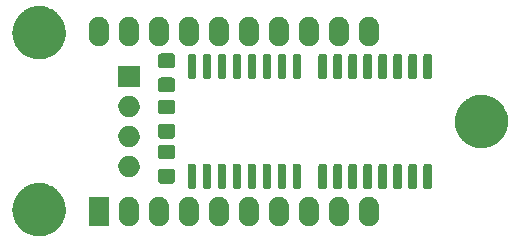
<source format=gbs>
G04 #@! TF.GenerationSoftware,KiCad,Pcbnew,5.99.0-unknown-r17001-43768b71*
G04 #@! TF.CreationDate,2020-02-09T00:01:33+01:00*
G04 #@! TF.ProjectId,PD243X Display,50443234-3358-4204-9469-73706c61792e,1*
G04 #@! TF.SameCoordinates,Original*
G04 #@! TF.FileFunction,Soldermask,Bot*
G04 #@! TF.FilePolarity,Negative*
%FSLAX46Y46*%
G04 Gerber Fmt 4.6, Leading zero omitted, Abs format (unit mm)*
G04 Created by KiCad (PCBNEW 5.99.0-unknown-r17001-43768b71) date 2020-02-09 00:01:33*
%MOMM*%
%LPD*%
G04 APERTURE LIST*
G04 APERTURE END LIST*
G36*
X89535542Y-90052711D02*
G01*
X89557506Y-90052730D01*
X89677500Y-90068634D01*
X89807510Y-90083217D01*
X89830187Y-90088871D01*
X89850022Y-90091500D01*
X89968493Y-90123355D01*
X90097660Y-90155560D01*
X90117540Y-90163431D01*
X90134975Y-90168119D01*
X90249663Y-90215742D01*
X90375694Y-90265641D01*
X90392639Y-90275111D01*
X90407490Y-90281278D01*
X90516170Y-90344151D01*
X90636726Y-90411527D01*
X90650679Y-90421965D01*
X90662910Y-90429041D01*
X90763502Y-90506368D01*
X90876171Y-90590655D01*
X90887205Y-90601460D01*
X90896852Y-90608876D01*
X90987208Y-90699390D01*
X91089822Y-90799877D01*
X91098114Y-90810491D01*
X91105318Y-90817707D01*
X91183475Y-90919748D01*
X91273925Y-91035519D01*
X91279740Y-91045430D01*
X91284746Y-91051966D01*
X91348964Y-91163419D01*
X91425246Y-91293438D01*
X91428933Y-91302209D01*
X91432060Y-91307636D01*
X91480838Y-91425687D01*
X91541126Y-91569106D01*
X91543099Y-91576367D01*
X91544747Y-91580356D01*
X91576943Y-91700935D01*
X91619529Y-91857678D01*
X91620262Y-91863171D01*
X91620867Y-91865437D01*
X91635739Y-91979165D01*
X91659078Y-92154084D01*
X91659005Y-92157084D01*
X91659128Y-92158027D01*
X91658870Y-92453106D01*
X91650165Y-92518783D01*
X91649087Y-92562903D01*
X91631921Y-92656433D01*
X91620100Y-92745622D01*
X91605772Y-92798911D01*
X91595106Y-92857023D01*
X91566348Y-92945529D01*
X91543481Y-93030575D01*
X91521569Y-93083344D01*
X91502699Y-93141420D01*
X91463358Y-93223531D01*
X91430322Y-93303090D01*
X91400740Y-93354224D01*
X91373491Y-93411098D01*
X91324737Y-93485603D01*
X91282559Y-93558510D01*
X91245369Y-93606889D01*
X91209752Y-93661318D01*
X91152885Y-93727199D01*
X91102724Y-93792452D01*
X91058165Y-93836933D01*
X91014358Y-93887684D01*
X90950772Y-93944138D01*
X90893893Y-94000918D01*
X90842378Y-94040375D01*
X90790742Y-94086220D01*
X90721896Y-94132657D01*
X90659634Y-94180346D01*
X90601733Y-94213708D01*
X90542832Y-94253437D01*
X90470249Y-94289468D01*
X90403964Y-94327660D01*
X90340405Y-94353923D01*
X90274985Y-94386397D01*
X90200182Y-94411862D01*
X90131244Y-94440347D01*
X90062914Y-94458592D01*
X89991906Y-94482765D01*
X89916359Y-94497724D01*
X89846163Y-94516467D01*
X89774125Y-94525887D01*
X89698568Y-94540848D01*
X89623693Y-94545559D01*
X89553573Y-94554728D01*
X89478983Y-94554663D01*
X89400125Y-94559624D01*
X89327278Y-94554530D01*
X89258494Y-94554470D01*
X89182639Y-94544416D01*
X89101821Y-94538765D01*
X89032244Y-94524483D01*
X88965978Y-94515700D01*
X88890214Y-94495328D01*
X88808895Y-94478636D01*
X88743708Y-94455935D01*
X88681025Y-94439081D01*
X88606786Y-94408254D01*
X88526496Y-94380294D01*
X88466653Y-94350065D01*
X88408510Y-94325922D01*
X88337276Y-94284712D01*
X88259583Y-94245467D01*
X88205907Y-94208714D01*
X88153090Y-94178159D01*
X88086312Y-94126825D01*
X88012847Y-94076523D01*
X87965985Y-94034329D01*
X87919148Y-93998324D01*
X87858290Y-93937360D01*
X87790622Y-93876431D01*
X87751037Y-93829918D01*
X87710682Y-93789493D01*
X87657146Y-93719597D01*
X87596813Y-93648706D01*
X87564799Y-93599031D01*
X87531254Y-93555234D01*
X87486346Y-93477295D01*
X87434825Y-93397349D01*
X87410511Y-93345679D01*
X87383940Y-93299564D01*
X87348857Y-93214658D01*
X87307503Y-93126776D01*
X87290840Y-93074246D01*
X87271253Y-93026844D01*
X87247059Y-92936232D01*
X87217084Y-92841741D01*
X87207859Y-92789426D01*
X87195133Y-92741763D01*
X87182727Y-92646888D01*
X87165158Y-92547251D01*
X87163017Y-92496162D01*
X87156872Y-92449173D01*
X87156957Y-92351601D01*
X87152635Y-92248480D01*
X87157090Y-92199526D01*
X87157130Y-92154094D01*
X87170199Y-92055488D01*
X87179738Y-91950678D01*
X87190186Y-91904692D01*
X87195900Y-91861578D01*
X87222220Y-91763690D01*
X87245988Y-91659076D01*
X87261733Y-91616738D01*
X87272519Y-91576625D01*
X87312105Y-91481293D01*
X87350222Y-91378798D01*
X87370503Y-91340655D01*
X87385678Y-91304110D01*
X87438297Y-91213154D01*
X87490610Y-91114768D01*
X87514597Y-91081263D01*
X87533441Y-91048690D01*
X87598627Y-90963892D01*
X87664684Y-90871624D01*
X87691534Y-90843032D01*
X87713276Y-90814748D01*
X87790264Y-90737894D01*
X87869386Y-90653638D01*
X87898251Y-90630097D01*
X87922107Y-90606282D01*
X88009900Y-90539038D01*
X88101120Y-90464641D01*
X88131160Y-90446160D01*
X88156366Y-90426854D01*
X88253744Y-90370746D01*
X88355814Y-90307952D01*
X88386224Y-90294412D01*
X88412036Y-90279540D01*
X88517559Y-90235938D01*
X88628994Y-90186324D01*
X88659021Y-90177487D01*
X88684756Y-90166853D01*
X88796815Y-90136932D01*
X88915861Y-90101895D01*
X88944829Y-90097411D01*
X88969837Y-90090733D01*
X89086547Y-90075471D01*
X89211373Y-90056147D01*
X89238702Y-90055575D01*
X89262427Y-90052472D01*
X89381818Y-90052576D01*
X89510341Y-90049884D01*
X89535542Y-90052711D01*
G37*
G36*
X117440055Y-91208646D02*
G01*
X117478862Y-91210680D01*
X117525116Y-91222728D01*
X117578199Y-91231516D01*
X117614324Y-91245965D01*
X117646166Y-91254259D01*
X117694396Y-91277991D01*
X117749875Y-91300181D01*
X117777118Y-91318696D01*
X117801287Y-91330588D01*
X117848462Y-91367181D01*
X117902802Y-91404110D01*
X117921330Y-91423703D01*
X117937894Y-91436551D01*
X117980614Y-91486393D01*
X118029844Y-91538452D01*
X118040654Y-91556443D01*
X118050401Y-91567815D01*
X118085098Y-91630411D01*
X118125074Y-91696941D01*
X118129860Y-91711162D01*
X118134220Y-91719028D01*
X118157404Y-91793009D01*
X118184049Y-91872183D01*
X118185022Y-91881137D01*
X118185919Y-91884000D01*
X118194354Y-91967046D01*
X118199000Y-92009809D01*
X118199000Y-92886311D01*
X118181292Y-92993278D01*
X118162032Y-93117689D01*
X118159868Y-93122690D01*
X118158349Y-93131865D01*
X118124291Y-93204903D01*
X118094687Y-93273312D01*
X118087813Y-93283129D01*
X118080207Y-93299440D01*
X118034879Y-93358726D01*
X117995526Y-93414929D01*
X117982470Y-93427276D01*
X117967904Y-93446327D01*
X117915446Y-93490657D01*
X117869914Y-93533715D01*
X117849561Y-93546335D01*
X117826679Y-93565671D01*
X117771184Y-93594930D01*
X117722978Y-93624819D01*
X117694901Y-93635150D01*
X117663121Y-93651905D01*
X117608381Y-93666983D01*
X117560728Y-93684516D01*
X117525247Y-93689882D01*
X117484861Y-93701006D01*
X117434098Y-93703666D01*
X117389785Y-93710368D01*
X117348006Y-93708178D01*
X117300217Y-93710683D01*
X117255945Y-93703354D01*
X117217138Y-93701320D01*
X117170884Y-93689272D01*
X117117801Y-93680484D01*
X117081676Y-93666035D01*
X117049834Y-93657741D01*
X117001605Y-93634009D01*
X116946125Y-93611819D01*
X116918880Y-93593303D01*
X116894716Y-93581413D01*
X116847547Y-93544825D01*
X116793199Y-93507890D01*
X116774669Y-93488296D01*
X116758105Y-93475447D01*
X116715385Y-93425605D01*
X116666157Y-93373548D01*
X116655347Y-93355557D01*
X116645600Y-93344185D01*
X116610903Y-93281589D01*
X116570927Y-93215059D01*
X116566141Y-93200838D01*
X116561781Y-93192972D01*
X116538597Y-93118991D01*
X116511952Y-93039817D01*
X116510979Y-93030863D01*
X116510082Y-93028000D01*
X116501649Y-92944979D01*
X116497000Y-92902191D01*
X116497000Y-92025690D01*
X116514707Y-91918731D01*
X116533968Y-91794312D01*
X116536132Y-91789311D01*
X116537651Y-91780136D01*
X116571707Y-91707103D01*
X116601311Y-91638693D01*
X116608186Y-91628875D01*
X116615793Y-91612561D01*
X116661129Y-91553263D01*
X116700477Y-91497068D01*
X116713531Y-91484723D01*
X116728096Y-91465673D01*
X116780554Y-91421343D01*
X116826086Y-91378285D01*
X116846439Y-91365665D01*
X116869321Y-91346329D01*
X116924816Y-91317070D01*
X116973022Y-91287181D01*
X117001099Y-91276850D01*
X117032879Y-91260095D01*
X117087619Y-91245017D01*
X117135272Y-91227484D01*
X117170753Y-91222118D01*
X117211139Y-91210994D01*
X117261902Y-91208334D01*
X117306215Y-91201632D01*
X117347994Y-91203822D01*
X117395783Y-91201317D01*
X117440055Y-91208646D01*
G37*
G36*
X97120055Y-91208646D02*
G01*
X97158862Y-91210680D01*
X97205116Y-91222728D01*
X97258199Y-91231516D01*
X97294324Y-91245965D01*
X97326166Y-91254259D01*
X97374396Y-91277991D01*
X97429875Y-91300181D01*
X97457118Y-91318696D01*
X97481287Y-91330588D01*
X97528462Y-91367181D01*
X97582802Y-91404110D01*
X97601330Y-91423703D01*
X97617894Y-91436551D01*
X97660614Y-91486393D01*
X97709844Y-91538452D01*
X97720654Y-91556443D01*
X97730401Y-91567815D01*
X97765098Y-91630411D01*
X97805074Y-91696941D01*
X97809860Y-91711162D01*
X97814220Y-91719028D01*
X97837404Y-91793009D01*
X97864049Y-91872183D01*
X97865022Y-91881137D01*
X97865919Y-91884000D01*
X97874354Y-91967046D01*
X97879000Y-92009809D01*
X97879000Y-92886311D01*
X97861292Y-92993278D01*
X97842032Y-93117689D01*
X97839868Y-93122690D01*
X97838349Y-93131865D01*
X97804291Y-93204903D01*
X97774687Y-93273312D01*
X97767813Y-93283129D01*
X97760207Y-93299440D01*
X97714879Y-93358726D01*
X97675526Y-93414929D01*
X97662470Y-93427276D01*
X97647904Y-93446327D01*
X97595446Y-93490657D01*
X97549914Y-93533715D01*
X97529561Y-93546335D01*
X97506679Y-93565671D01*
X97451184Y-93594930D01*
X97402978Y-93624819D01*
X97374901Y-93635150D01*
X97343121Y-93651905D01*
X97288381Y-93666983D01*
X97240728Y-93684516D01*
X97205247Y-93689882D01*
X97164861Y-93701006D01*
X97114098Y-93703666D01*
X97069785Y-93710368D01*
X97028006Y-93708178D01*
X96980217Y-93710683D01*
X96935945Y-93703354D01*
X96897138Y-93701320D01*
X96850884Y-93689272D01*
X96797801Y-93680484D01*
X96761676Y-93666035D01*
X96729834Y-93657741D01*
X96681605Y-93634009D01*
X96626125Y-93611819D01*
X96598880Y-93593303D01*
X96574716Y-93581413D01*
X96527547Y-93544825D01*
X96473199Y-93507890D01*
X96454669Y-93488296D01*
X96438105Y-93475447D01*
X96395385Y-93425605D01*
X96346157Y-93373548D01*
X96335347Y-93355557D01*
X96325600Y-93344185D01*
X96290903Y-93281589D01*
X96250927Y-93215059D01*
X96246141Y-93200838D01*
X96241781Y-93192972D01*
X96218597Y-93118991D01*
X96191952Y-93039817D01*
X96190979Y-93030863D01*
X96190082Y-93028000D01*
X96181649Y-92944979D01*
X96177000Y-92902191D01*
X96177000Y-92025690D01*
X96194707Y-91918731D01*
X96213968Y-91794312D01*
X96216132Y-91789311D01*
X96217651Y-91780136D01*
X96251707Y-91707103D01*
X96281311Y-91638693D01*
X96288186Y-91628875D01*
X96295793Y-91612561D01*
X96341129Y-91553263D01*
X96380477Y-91497068D01*
X96393531Y-91484723D01*
X96408096Y-91465673D01*
X96460554Y-91421343D01*
X96506086Y-91378285D01*
X96526439Y-91365665D01*
X96549321Y-91346329D01*
X96604816Y-91317070D01*
X96653022Y-91287181D01*
X96681099Y-91276850D01*
X96712879Y-91260095D01*
X96767619Y-91245017D01*
X96815272Y-91227484D01*
X96850753Y-91222118D01*
X96891139Y-91210994D01*
X96941902Y-91208334D01*
X96986215Y-91201632D01*
X97027994Y-91203822D01*
X97075783Y-91201317D01*
X97120055Y-91208646D01*
G37*
G36*
X114900055Y-91208646D02*
G01*
X114938862Y-91210680D01*
X114985116Y-91222728D01*
X115038199Y-91231516D01*
X115074324Y-91245965D01*
X115106166Y-91254259D01*
X115154396Y-91277991D01*
X115209875Y-91300181D01*
X115237118Y-91318696D01*
X115261287Y-91330588D01*
X115308462Y-91367181D01*
X115362802Y-91404110D01*
X115381330Y-91423703D01*
X115397894Y-91436551D01*
X115440614Y-91486393D01*
X115489844Y-91538452D01*
X115500654Y-91556443D01*
X115510401Y-91567815D01*
X115545098Y-91630411D01*
X115585074Y-91696941D01*
X115589860Y-91711162D01*
X115594220Y-91719028D01*
X115617404Y-91793009D01*
X115644049Y-91872183D01*
X115645022Y-91881137D01*
X115645919Y-91884000D01*
X115654354Y-91967046D01*
X115659000Y-92009809D01*
X115659000Y-92886311D01*
X115641292Y-92993278D01*
X115622032Y-93117689D01*
X115619868Y-93122690D01*
X115618349Y-93131865D01*
X115584291Y-93204903D01*
X115554687Y-93273312D01*
X115547813Y-93283129D01*
X115540207Y-93299440D01*
X115494879Y-93358726D01*
X115455526Y-93414929D01*
X115442470Y-93427276D01*
X115427904Y-93446327D01*
X115375446Y-93490657D01*
X115329914Y-93533715D01*
X115309561Y-93546335D01*
X115286679Y-93565671D01*
X115231184Y-93594930D01*
X115182978Y-93624819D01*
X115154901Y-93635150D01*
X115123121Y-93651905D01*
X115068381Y-93666983D01*
X115020728Y-93684516D01*
X114985247Y-93689882D01*
X114944861Y-93701006D01*
X114894098Y-93703666D01*
X114849785Y-93710368D01*
X114808006Y-93708178D01*
X114760217Y-93710683D01*
X114715945Y-93703354D01*
X114677138Y-93701320D01*
X114630884Y-93689272D01*
X114577801Y-93680484D01*
X114541676Y-93666035D01*
X114509834Y-93657741D01*
X114461605Y-93634009D01*
X114406125Y-93611819D01*
X114378880Y-93593303D01*
X114354716Y-93581413D01*
X114307547Y-93544825D01*
X114253199Y-93507890D01*
X114234669Y-93488296D01*
X114218105Y-93475447D01*
X114175385Y-93425605D01*
X114126157Y-93373548D01*
X114115347Y-93355557D01*
X114105600Y-93344185D01*
X114070903Y-93281589D01*
X114030927Y-93215059D01*
X114026141Y-93200838D01*
X114021781Y-93192972D01*
X113998597Y-93118991D01*
X113971952Y-93039817D01*
X113970979Y-93030863D01*
X113970082Y-93028000D01*
X113961649Y-92944979D01*
X113957000Y-92902191D01*
X113957000Y-92025690D01*
X113974707Y-91918731D01*
X113993968Y-91794312D01*
X113996132Y-91789311D01*
X113997651Y-91780136D01*
X114031707Y-91707103D01*
X114061311Y-91638693D01*
X114068186Y-91628875D01*
X114075793Y-91612561D01*
X114121129Y-91553263D01*
X114160477Y-91497068D01*
X114173531Y-91484723D01*
X114188096Y-91465673D01*
X114240554Y-91421343D01*
X114286086Y-91378285D01*
X114306439Y-91365665D01*
X114329321Y-91346329D01*
X114384816Y-91317070D01*
X114433022Y-91287181D01*
X114461099Y-91276850D01*
X114492879Y-91260095D01*
X114547619Y-91245017D01*
X114595272Y-91227484D01*
X114630753Y-91222118D01*
X114671139Y-91210994D01*
X114721902Y-91208334D01*
X114766215Y-91201632D01*
X114807994Y-91203822D01*
X114855783Y-91201317D01*
X114900055Y-91208646D01*
G37*
G36*
X99660055Y-91208646D02*
G01*
X99698862Y-91210680D01*
X99745116Y-91222728D01*
X99798199Y-91231516D01*
X99834324Y-91245965D01*
X99866166Y-91254259D01*
X99914396Y-91277991D01*
X99969875Y-91300181D01*
X99997118Y-91318696D01*
X100021287Y-91330588D01*
X100068462Y-91367181D01*
X100122802Y-91404110D01*
X100141330Y-91423703D01*
X100157894Y-91436551D01*
X100200614Y-91486393D01*
X100249844Y-91538452D01*
X100260654Y-91556443D01*
X100270401Y-91567815D01*
X100305098Y-91630411D01*
X100345074Y-91696941D01*
X100349860Y-91711162D01*
X100354220Y-91719028D01*
X100377404Y-91793009D01*
X100404049Y-91872183D01*
X100405022Y-91881137D01*
X100405919Y-91884000D01*
X100414354Y-91967046D01*
X100419000Y-92009809D01*
X100419000Y-92886311D01*
X100401292Y-92993278D01*
X100382032Y-93117689D01*
X100379868Y-93122690D01*
X100378349Y-93131865D01*
X100344291Y-93204903D01*
X100314687Y-93273312D01*
X100307813Y-93283129D01*
X100300207Y-93299440D01*
X100254879Y-93358726D01*
X100215526Y-93414929D01*
X100202470Y-93427276D01*
X100187904Y-93446327D01*
X100135446Y-93490657D01*
X100089914Y-93533715D01*
X100069561Y-93546335D01*
X100046679Y-93565671D01*
X99991184Y-93594930D01*
X99942978Y-93624819D01*
X99914901Y-93635150D01*
X99883121Y-93651905D01*
X99828381Y-93666983D01*
X99780728Y-93684516D01*
X99745247Y-93689882D01*
X99704861Y-93701006D01*
X99654098Y-93703666D01*
X99609785Y-93710368D01*
X99568006Y-93708178D01*
X99520217Y-93710683D01*
X99475945Y-93703354D01*
X99437138Y-93701320D01*
X99390884Y-93689272D01*
X99337801Y-93680484D01*
X99301676Y-93666035D01*
X99269834Y-93657741D01*
X99221605Y-93634009D01*
X99166125Y-93611819D01*
X99138880Y-93593303D01*
X99114716Y-93581413D01*
X99067547Y-93544825D01*
X99013199Y-93507890D01*
X98994669Y-93488296D01*
X98978105Y-93475447D01*
X98935385Y-93425605D01*
X98886157Y-93373548D01*
X98875347Y-93355557D01*
X98865600Y-93344185D01*
X98830903Y-93281589D01*
X98790927Y-93215059D01*
X98786141Y-93200838D01*
X98781781Y-93192972D01*
X98758597Y-93118991D01*
X98731952Y-93039817D01*
X98730979Y-93030863D01*
X98730082Y-93028000D01*
X98721649Y-92944979D01*
X98717000Y-92902191D01*
X98717000Y-92025690D01*
X98734707Y-91918731D01*
X98753968Y-91794312D01*
X98756132Y-91789311D01*
X98757651Y-91780136D01*
X98791707Y-91707103D01*
X98821311Y-91638693D01*
X98828186Y-91628875D01*
X98835793Y-91612561D01*
X98881129Y-91553263D01*
X98920477Y-91497068D01*
X98933531Y-91484723D01*
X98948096Y-91465673D01*
X99000554Y-91421343D01*
X99046086Y-91378285D01*
X99066439Y-91365665D01*
X99089321Y-91346329D01*
X99144816Y-91317070D01*
X99193022Y-91287181D01*
X99221099Y-91276850D01*
X99252879Y-91260095D01*
X99307619Y-91245017D01*
X99355272Y-91227484D01*
X99390753Y-91222118D01*
X99431139Y-91210994D01*
X99481902Y-91208334D01*
X99526215Y-91201632D01*
X99567994Y-91203822D01*
X99615783Y-91201317D01*
X99660055Y-91208646D01*
G37*
G36*
X112360055Y-91208646D02*
G01*
X112398862Y-91210680D01*
X112445116Y-91222728D01*
X112498199Y-91231516D01*
X112534324Y-91245965D01*
X112566166Y-91254259D01*
X112614396Y-91277991D01*
X112669875Y-91300181D01*
X112697118Y-91318696D01*
X112721287Y-91330588D01*
X112768462Y-91367181D01*
X112822802Y-91404110D01*
X112841330Y-91423703D01*
X112857894Y-91436551D01*
X112900614Y-91486393D01*
X112949844Y-91538452D01*
X112960654Y-91556443D01*
X112970401Y-91567815D01*
X113005098Y-91630411D01*
X113045074Y-91696941D01*
X113049860Y-91711162D01*
X113054220Y-91719028D01*
X113077404Y-91793009D01*
X113104049Y-91872183D01*
X113105022Y-91881137D01*
X113105919Y-91884000D01*
X113114354Y-91967046D01*
X113119000Y-92009809D01*
X113119000Y-92886311D01*
X113101292Y-92993278D01*
X113082032Y-93117689D01*
X113079868Y-93122690D01*
X113078349Y-93131865D01*
X113044291Y-93204903D01*
X113014687Y-93273312D01*
X113007813Y-93283129D01*
X113000207Y-93299440D01*
X112954879Y-93358726D01*
X112915526Y-93414929D01*
X112902470Y-93427276D01*
X112887904Y-93446327D01*
X112835446Y-93490657D01*
X112789914Y-93533715D01*
X112769561Y-93546335D01*
X112746679Y-93565671D01*
X112691184Y-93594930D01*
X112642978Y-93624819D01*
X112614901Y-93635150D01*
X112583121Y-93651905D01*
X112528381Y-93666983D01*
X112480728Y-93684516D01*
X112445247Y-93689882D01*
X112404861Y-93701006D01*
X112354098Y-93703666D01*
X112309785Y-93710368D01*
X112268006Y-93708178D01*
X112220217Y-93710683D01*
X112175945Y-93703354D01*
X112137138Y-93701320D01*
X112090884Y-93689272D01*
X112037801Y-93680484D01*
X112001676Y-93666035D01*
X111969834Y-93657741D01*
X111921605Y-93634009D01*
X111866125Y-93611819D01*
X111838880Y-93593303D01*
X111814716Y-93581413D01*
X111767547Y-93544825D01*
X111713199Y-93507890D01*
X111694669Y-93488296D01*
X111678105Y-93475447D01*
X111635385Y-93425605D01*
X111586157Y-93373548D01*
X111575347Y-93355557D01*
X111565600Y-93344185D01*
X111530903Y-93281589D01*
X111490927Y-93215059D01*
X111486141Y-93200838D01*
X111481781Y-93192972D01*
X111458597Y-93118991D01*
X111431952Y-93039817D01*
X111430979Y-93030863D01*
X111430082Y-93028000D01*
X111421649Y-92944979D01*
X111417000Y-92902191D01*
X111417000Y-92025690D01*
X111434707Y-91918731D01*
X111453968Y-91794312D01*
X111456132Y-91789311D01*
X111457651Y-91780136D01*
X111491707Y-91707103D01*
X111521311Y-91638693D01*
X111528186Y-91628875D01*
X111535793Y-91612561D01*
X111581129Y-91553263D01*
X111620477Y-91497068D01*
X111633531Y-91484723D01*
X111648096Y-91465673D01*
X111700554Y-91421343D01*
X111746086Y-91378285D01*
X111766439Y-91365665D01*
X111789321Y-91346329D01*
X111844816Y-91317070D01*
X111893022Y-91287181D01*
X111921099Y-91276850D01*
X111952879Y-91260095D01*
X112007619Y-91245017D01*
X112055272Y-91227484D01*
X112090753Y-91222118D01*
X112131139Y-91210994D01*
X112181902Y-91208334D01*
X112226215Y-91201632D01*
X112267994Y-91203822D01*
X112315783Y-91201317D01*
X112360055Y-91208646D01*
G37*
G36*
X102200055Y-91208646D02*
G01*
X102238862Y-91210680D01*
X102285116Y-91222728D01*
X102338199Y-91231516D01*
X102374324Y-91245965D01*
X102406166Y-91254259D01*
X102454396Y-91277991D01*
X102509875Y-91300181D01*
X102537118Y-91318696D01*
X102561287Y-91330588D01*
X102608462Y-91367181D01*
X102662802Y-91404110D01*
X102681330Y-91423703D01*
X102697894Y-91436551D01*
X102740614Y-91486393D01*
X102789844Y-91538452D01*
X102800654Y-91556443D01*
X102810401Y-91567815D01*
X102845098Y-91630411D01*
X102885074Y-91696941D01*
X102889860Y-91711162D01*
X102894220Y-91719028D01*
X102917404Y-91793009D01*
X102944049Y-91872183D01*
X102945022Y-91881137D01*
X102945919Y-91884000D01*
X102954354Y-91967046D01*
X102959000Y-92009809D01*
X102959000Y-92886311D01*
X102941292Y-92993278D01*
X102922032Y-93117689D01*
X102919868Y-93122690D01*
X102918349Y-93131865D01*
X102884291Y-93204903D01*
X102854687Y-93273312D01*
X102847813Y-93283129D01*
X102840207Y-93299440D01*
X102794879Y-93358726D01*
X102755526Y-93414929D01*
X102742470Y-93427276D01*
X102727904Y-93446327D01*
X102675446Y-93490657D01*
X102629914Y-93533715D01*
X102609561Y-93546335D01*
X102586679Y-93565671D01*
X102531184Y-93594930D01*
X102482978Y-93624819D01*
X102454901Y-93635150D01*
X102423121Y-93651905D01*
X102368381Y-93666983D01*
X102320728Y-93684516D01*
X102285247Y-93689882D01*
X102244861Y-93701006D01*
X102194098Y-93703666D01*
X102149785Y-93710368D01*
X102108006Y-93708178D01*
X102060217Y-93710683D01*
X102015945Y-93703354D01*
X101977138Y-93701320D01*
X101930884Y-93689272D01*
X101877801Y-93680484D01*
X101841676Y-93666035D01*
X101809834Y-93657741D01*
X101761605Y-93634009D01*
X101706125Y-93611819D01*
X101678880Y-93593303D01*
X101654716Y-93581413D01*
X101607547Y-93544825D01*
X101553199Y-93507890D01*
X101534669Y-93488296D01*
X101518105Y-93475447D01*
X101475385Y-93425605D01*
X101426157Y-93373548D01*
X101415347Y-93355557D01*
X101405600Y-93344185D01*
X101370903Y-93281589D01*
X101330927Y-93215059D01*
X101326141Y-93200838D01*
X101321781Y-93192972D01*
X101298597Y-93118991D01*
X101271952Y-93039817D01*
X101270979Y-93030863D01*
X101270082Y-93028000D01*
X101261649Y-92944979D01*
X101257000Y-92902191D01*
X101257000Y-92025690D01*
X101274707Y-91918731D01*
X101293968Y-91794312D01*
X101296132Y-91789311D01*
X101297651Y-91780136D01*
X101331707Y-91707103D01*
X101361311Y-91638693D01*
X101368186Y-91628875D01*
X101375793Y-91612561D01*
X101421129Y-91553263D01*
X101460477Y-91497068D01*
X101473531Y-91484723D01*
X101488096Y-91465673D01*
X101540554Y-91421343D01*
X101586086Y-91378285D01*
X101606439Y-91365665D01*
X101629321Y-91346329D01*
X101684816Y-91317070D01*
X101733022Y-91287181D01*
X101761099Y-91276850D01*
X101792879Y-91260095D01*
X101847619Y-91245017D01*
X101895272Y-91227484D01*
X101930753Y-91222118D01*
X101971139Y-91210994D01*
X102021902Y-91208334D01*
X102066215Y-91201632D01*
X102107994Y-91203822D01*
X102155783Y-91201317D01*
X102200055Y-91208646D01*
G37*
G36*
X109820055Y-91208646D02*
G01*
X109858862Y-91210680D01*
X109905116Y-91222728D01*
X109958199Y-91231516D01*
X109994324Y-91245965D01*
X110026166Y-91254259D01*
X110074396Y-91277991D01*
X110129875Y-91300181D01*
X110157118Y-91318696D01*
X110181287Y-91330588D01*
X110228462Y-91367181D01*
X110282802Y-91404110D01*
X110301330Y-91423703D01*
X110317894Y-91436551D01*
X110360614Y-91486393D01*
X110409844Y-91538452D01*
X110420654Y-91556443D01*
X110430401Y-91567815D01*
X110465098Y-91630411D01*
X110505074Y-91696941D01*
X110509860Y-91711162D01*
X110514220Y-91719028D01*
X110537404Y-91793009D01*
X110564049Y-91872183D01*
X110565022Y-91881137D01*
X110565919Y-91884000D01*
X110574354Y-91967046D01*
X110579000Y-92009809D01*
X110579000Y-92886311D01*
X110561292Y-92993278D01*
X110542032Y-93117689D01*
X110539868Y-93122690D01*
X110538349Y-93131865D01*
X110504291Y-93204903D01*
X110474687Y-93273312D01*
X110467813Y-93283129D01*
X110460207Y-93299440D01*
X110414879Y-93358726D01*
X110375526Y-93414929D01*
X110362470Y-93427276D01*
X110347904Y-93446327D01*
X110295446Y-93490657D01*
X110249914Y-93533715D01*
X110229561Y-93546335D01*
X110206679Y-93565671D01*
X110151184Y-93594930D01*
X110102978Y-93624819D01*
X110074901Y-93635150D01*
X110043121Y-93651905D01*
X109988381Y-93666983D01*
X109940728Y-93684516D01*
X109905247Y-93689882D01*
X109864861Y-93701006D01*
X109814098Y-93703666D01*
X109769785Y-93710368D01*
X109728006Y-93708178D01*
X109680217Y-93710683D01*
X109635945Y-93703354D01*
X109597138Y-93701320D01*
X109550884Y-93689272D01*
X109497801Y-93680484D01*
X109461676Y-93666035D01*
X109429834Y-93657741D01*
X109381605Y-93634009D01*
X109326125Y-93611819D01*
X109298880Y-93593303D01*
X109274716Y-93581413D01*
X109227547Y-93544825D01*
X109173199Y-93507890D01*
X109154669Y-93488296D01*
X109138105Y-93475447D01*
X109095385Y-93425605D01*
X109046157Y-93373548D01*
X109035347Y-93355557D01*
X109025600Y-93344185D01*
X108990903Y-93281589D01*
X108950927Y-93215059D01*
X108946141Y-93200838D01*
X108941781Y-93192972D01*
X108918597Y-93118991D01*
X108891952Y-93039817D01*
X108890979Y-93030863D01*
X108890082Y-93028000D01*
X108881649Y-92944979D01*
X108877000Y-92902191D01*
X108877000Y-92025690D01*
X108894707Y-91918731D01*
X108913968Y-91794312D01*
X108916132Y-91789311D01*
X108917651Y-91780136D01*
X108951707Y-91707103D01*
X108981311Y-91638693D01*
X108988186Y-91628875D01*
X108995793Y-91612561D01*
X109041129Y-91553263D01*
X109080477Y-91497068D01*
X109093531Y-91484723D01*
X109108096Y-91465673D01*
X109160554Y-91421343D01*
X109206086Y-91378285D01*
X109226439Y-91365665D01*
X109249321Y-91346329D01*
X109304816Y-91317070D01*
X109353022Y-91287181D01*
X109381099Y-91276850D01*
X109412879Y-91260095D01*
X109467619Y-91245017D01*
X109515272Y-91227484D01*
X109550753Y-91222118D01*
X109591139Y-91210994D01*
X109641902Y-91208334D01*
X109686215Y-91201632D01*
X109727994Y-91203822D01*
X109775783Y-91201317D01*
X109820055Y-91208646D01*
G37*
G36*
X104740055Y-91208646D02*
G01*
X104778862Y-91210680D01*
X104825116Y-91222728D01*
X104878199Y-91231516D01*
X104914324Y-91245965D01*
X104946166Y-91254259D01*
X104994396Y-91277991D01*
X105049875Y-91300181D01*
X105077118Y-91318696D01*
X105101287Y-91330588D01*
X105148462Y-91367181D01*
X105202802Y-91404110D01*
X105221330Y-91423703D01*
X105237894Y-91436551D01*
X105280614Y-91486393D01*
X105329844Y-91538452D01*
X105340654Y-91556443D01*
X105350401Y-91567815D01*
X105385098Y-91630411D01*
X105425074Y-91696941D01*
X105429860Y-91711162D01*
X105434220Y-91719028D01*
X105457404Y-91793009D01*
X105484049Y-91872183D01*
X105485022Y-91881137D01*
X105485919Y-91884000D01*
X105494354Y-91967046D01*
X105499000Y-92009809D01*
X105499000Y-92886311D01*
X105481292Y-92993278D01*
X105462032Y-93117689D01*
X105459868Y-93122690D01*
X105458349Y-93131865D01*
X105424291Y-93204903D01*
X105394687Y-93273312D01*
X105387813Y-93283129D01*
X105380207Y-93299440D01*
X105334879Y-93358726D01*
X105295526Y-93414929D01*
X105282470Y-93427276D01*
X105267904Y-93446327D01*
X105215446Y-93490657D01*
X105169914Y-93533715D01*
X105149561Y-93546335D01*
X105126679Y-93565671D01*
X105071184Y-93594930D01*
X105022978Y-93624819D01*
X104994901Y-93635150D01*
X104963121Y-93651905D01*
X104908381Y-93666983D01*
X104860728Y-93684516D01*
X104825247Y-93689882D01*
X104784861Y-93701006D01*
X104734098Y-93703666D01*
X104689785Y-93710368D01*
X104648006Y-93708178D01*
X104600217Y-93710683D01*
X104555945Y-93703354D01*
X104517138Y-93701320D01*
X104470884Y-93689272D01*
X104417801Y-93680484D01*
X104381676Y-93666035D01*
X104349834Y-93657741D01*
X104301605Y-93634009D01*
X104246125Y-93611819D01*
X104218880Y-93593303D01*
X104194716Y-93581413D01*
X104147547Y-93544825D01*
X104093199Y-93507890D01*
X104074669Y-93488296D01*
X104058105Y-93475447D01*
X104015385Y-93425605D01*
X103966157Y-93373548D01*
X103955347Y-93355557D01*
X103945600Y-93344185D01*
X103910903Y-93281589D01*
X103870927Y-93215059D01*
X103866141Y-93200838D01*
X103861781Y-93192972D01*
X103838597Y-93118991D01*
X103811952Y-93039817D01*
X103810979Y-93030863D01*
X103810082Y-93028000D01*
X103801649Y-92944979D01*
X103797000Y-92902191D01*
X103797000Y-92025690D01*
X103814707Y-91918731D01*
X103833968Y-91794312D01*
X103836132Y-91789311D01*
X103837651Y-91780136D01*
X103871707Y-91707103D01*
X103901311Y-91638693D01*
X103908186Y-91628875D01*
X103915793Y-91612561D01*
X103961129Y-91553263D01*
X104000477Y-91497068D01*
X104013531Y-91484723D01*
X104028096Y-91465673D01*
X104080554Y-91421343D01*
X104126086Y-91378285D01*
X104146439Y-91365665D01*
X104169321Y-91346329D01*
X104224816Y-91317070D01*
X104273022Y-91287181D01*
X104301099Y-91276850D01*
X104332879Y-91260095D01*
X104387619Y-91245017D01*
X104435272Y-91227484D01*
X104470753Y-91222118D01*
X104511139Y-91210994D01*
X104561902Y-91208334D01*
X104606215Y-91201632D01*
X104647994Y-91203822D01*
X104695783Y-91201317D01*
X104740055Y-91208646D01*
G37*
G36*
X107280055Y-91208646D02*
G01*
X107318862Y-91210680D01*
X107365116Y-91222728D01*
X107418199Y-91231516D01*
X107454324Y-91245965D01*
X107486166Y-91254259D01*
X107534396Y-91277991D01*
X107589875Y-91300181D01*
X107617118Y-91318696D01*
X107641287Y-91330588D01*
X107688462Y-91367181D01*
X107742802Y-91404110D01*
X107761330Y-91423703D01*
X107777894Y-91436551D01*
X107820614Y-91486393D01*
X107869844Y-91538452D01*
X107880654Y-91556443D01*
X107890401Y-91567815D01*
X107925098Y-91630411D01*
X107965074Y-91696941D01*
X107969860Y-91711162D01*
X107974220Y-91719028D01*
X107997404Y-91793009D01*
X108024049Y-91872183D01*
X108025022Y-91881137D01*
X108025919Y-91884000D01*
X108034354Y-91967046D01*
X108039000Y-92009809D01*
X108039000Y-92886311D01*
X108021292Y-92993278D01*
X108002032Y-93117689D01*
X107999868Y-93122690D01*
X107998349Y-93131865D01*
X107964291Y-93204903D01*
X107934687Y-93273312D01*
X107927813Y-93283129D01*
X107920207Y-93299440D01*
X107874879Y-93358726D01*
X107835526Y-93414929D01*
X107822470Y-93427276D01*
X107807904Y-93446327D01*
X107755446Y-93490657D01*
X107709914Y-93533715D01*
X107689561Y-93546335D01*
X107666679Y-93565671D01*
X107611184Y-93594930D01*
X107562978Y-93624819D01*
X107534901Y-93635150D01*
X107503121Y-93651905D01*
X107448381Y-93666983D01*
X107400728Y-93684516D01*
X107365247Y-93689882D01*
X107324861Y-93701006D01*
X107274098Y-93703666D01*
X107229785Y-93710368D01*
X107188006Y-93708178D01*
X107140217Y-93710683D01*
X107095945Y-93703354D01*
X107057138Y-93701320D01*
X107010884Y-93689272D01*
X106957801Y-93680484D01*
X106921676Y-93666035D01*
X106889834Y-93657741D01*
X106841605Y-93634009D01*
X106786125Y-93611819D01*
X106758880Y-93593303D01*
X106734716Y-93581413D01*
X106687547Y-93544825D01*
X106633199Y-93507890D01*
X106614669Y-93488296D01*
X106598105Y-93475447D01*
X106555385Y-93425605D01*
X106506157Y-93373548D01*
X106495347Y-93355557D01*
X106485600Y-93344185D01*
X106450903Y-93281589D01*
X106410927Y-93215059D01*
X106406141Y-93200838D01*
X106401781Y-93192972D01*
X106378597Y-93118991D01*
X106351952Y-93039817D01*
X106350979Y-93030863D01*
X106350082Y-93028000D01*
X106341649Y-92944979D01*
X106337000Y-92902191D01*
X106337000Y-92025690D01*
X106354707Y-91918731D01*
X106373968Y-91794312D01*
X106376132Y-91789311D01*
X106377651Y-91780136D01*
X106411707Y-91707103D01*
X106441311Y-91638693D01*
X106448186Y-91628875D01*
X106455793Y-91612561D01*
X106501129Y-91553263D01*
X106540477Y-91497068D01*
X106553531Y-91484723D01*
X106568096Y-91465673D01*
X106620554Y-91421343D01*
X106666086Y-91378285D01*
X106686439Y-91365665D01*
X106709321Y-91346329D01*
X106764816Y-91317070D01*
X106813022Y-91287181D01*
X106841099Y-91276850D01*
X106872879Y-91260095D01*
X106927619Y-91245017D01*
X106975272Y-91227484D01*
X107010753Y-91222118D01*
X107051139Y-91210994D01*
X107101902Y-91208334D01*
X107146215Y-91201632D01*
X107187994Y-91203822D01*
X107235783Y-91201317D01*
X107280055Y-91208646D01*
G37*
G36*
X95307899Y-91207959D02*
G01*
X95324769Y-91219231D01*
X95336041Y-91236101D01*
X95342448Y-91268312D01*
X95342448Y-93643688D01*
X95339999Y-93656000D01*
X95336041Y-93675899D01*
X95324769Y-93692769D01*
X95307899Y-93704041D01*
X95288000Y-93707999D01*
X95275688Y-93710448D01*
X93700312Y-93710448D01*
X93668101Y-93704041D01*
X93651231Y-93692769D01*
X93639959Y-93675899D01*
X93633552Y-93643688D01*
X93633552Y-91268312D01*
X93639959Y-91236101D01*
X93651231Y-91219231D01*
X93668101Y-91207959D01*
X93700312Y-91201552D01*
X95275688Y-91201552D01*
X95307899Y-91207959D01*
G37*
G36*
X106318483Y-88409001D02*
G01*
X106319061Y-88409001D01*
X106323575Y-88409899D01*
X106389492Y-88421522D01*
X106393426Y-88423793D01*
X106397487Y-88424601D01*
X106414405Y-88435905D01*
X106450879Y-88456963D01*
X106457207Y-88464504D01*
X106463974Y-88469026D01*
X106475598Y-88486422D01*
X106492797Y-88506920D01*
X106495142Y-88515673D01*
X106508399Y-88535513D01*
X106523999Y-88613939D01*
X106523999Y-88623367D01*
X106525715Y-88629771D01*
X106525715Y-90347751D01*
X106523999Y-90357483D01*
X106523999Y-90358061D01*
X106523101Y-90362575D01*
X106511478Y-90428492D01*
X106509207Y-90432426D01*
X106508399Y-90436487D01*
X106497095Y-90453405D01*
X106476037Y-90489879D01*
X106468496Y-90496207D01*
X106463974Y-90502974D01*
X106446578Y-90514598D01*
X106426080Y-90531797D01*
X106417327Y-90534142D01*
X106397487Y-90547399D01*
X106319061Y-90562999D01*
X106309633Y-90562999D01*
X106303229Y-90564715D01*
X106035249Y-90564715D01*
X106025517Y-90562999D01*
X106024939Y-90562999D01*
X106020425Y-90562101D01*
X105954508Y-90550478D01*
X105950574Y-90548207D01*
X105946513Y-90547399D01*
X105929595Y-90536095D01*
X105893121Y-90515037D01*
X105886793Y-90507496D01*
X105880026Y-90502974D01*
X105868402Y-90485578D01*
X105851203Y-90465080D01*
X105848858Y-90456327D01*
X105835601Y-90436487D01*
X105820001Y-90358061D01*
X105820001Y-90348633D01*
X105818285Y-90342229D01*
X105818285Y-88624249D01*
X105820001Y-88614517D01*
X105820001Y-88613939D01*
X105820899Y-88609425D01*
X105832522Y-88543508D01*
X105834793Y-88539574D01*
X105835601Y-88535513D01*
X105846905Y-88518595D01*
X105867963Y-88482121D01*
X105875504Y-88475793D01*
X105880026Y-88469026D01*
X105897422Y-88457402D01*
X105917920Y-88440203D01*
X105926673Y-88437858D01*
X105946513Y-88424601D01*
X106024939Y-88409001D01*
X106034367Y-88409001D01*
X106040771Y-88407285D01*
X106308751Y-88407285D01*
X106318483Y-88409001D01*
G37*
G36*
X110128483Y-88409001D02*
G01*
X110129061Y-88409001D01*
X110133575Y-88409899D01*
X110199492Y-88421522D01*
X110203426Y-88423793D01*
X110207487Y-88424601D01*
X110224405Y-88435905D01*
X110260879Y-88456963D01*
X110267207Y-88464504D01*
X110273974Y-88469026D01*
X110285598Y-88486422D01*
X110302797Y-88506920D01*
X110305142Y-88515673D01*
X110318399Y-88535513D01*
X110333999Y-88613939D01*
X110333999Y-88623367D01*
X110335715Y-88629771D01*
X110335715Y-90347751D01*
X110333999Y-90357483D01*
X110333999Y-90358061D01*
X110333101Y-90362575D01*
X110321478Y-90428492D01*
X110319207Y-90432426D01*
X110318399Y-90436487D01*
X110307095Y-90453405D01*
X110286037Y-90489879D01*
X110278496Y-90496207D01*
X110273974Y-90502974D01*
X110256578Y-90514598D01*
X110236080Y-90531797D01*
X110227327Y-90534142D01*
X110207487Y-90547399D01*
X110129061Y-90562999D01*
X110119633Y-90562999D01*
X110113229Y-90564715D01*
X109845249Y-90564715D01*
X109835517Y-90562999D01*
X109834939Y-90562999D01*
X109830425Y-90562101D01*
X109764508Y-90550478D01*
X109760574Y-90548207D01*
X109756513Y-90547399D01*
X109739595Y-90536095D01*
X109703121Y-90515037D01*
X109696793Y-90507496D01*
X109690026Y-90502974D01*
X109678402Y-90485578D01*
X109661203Y-90465080D01*
X109658858Y-90456327D01*
X109645601Y-90436487D01*
X109630001Y-90358061D01*
X109630001Y-90348633D01*
X109628285Y-90342229D01*
X109628285Y-88624249D01*
X109630001Y-88614517D01*
X109630001Y-88613939D01*
X109630899Y-88609425D01*
X109642522Y-88543508D01*
X109644793Y-88539574D01*
X109645601Y-88535513D01*
X109656905Y-88518595D01*
X109677963Y-88482121D01*
X109685504Y-88475793D01*
X109690026Y-88469026D01*
X109707422Y-88457402D01*
X109727920Y-88440203D01*
X109736673Y-88437858D01*
X109756513Y-88424601D01*
X109834939Y-88409001D01*
X109844367Y-88409001D01*
X109850771Y-88407285D01*
X110118751Y-88407285D01*
X110128483Y-88409001D01*
G37*
G36*
X108858483Y-88409001D02*
G01*
X108859061Y-88409001D01*
X108863575Y-88409899D01*
X108929492Y-88421522D01*
X108933426Y-88423793D01*
X108937487Y-88424601D01*
X108954405Y-88435905D01*
X108990879Y-88456963D01*
X108997207Y-88464504D01*
X109003974Y-88469026D01*
X109015598Y-88486422D01*
X109032797Y-88506920D01*
X109035142Y-88515673D01*
X109048399Y-88535513D01*
X109063999Y-88613939D01*
X109063999Y-88623367D01*
X109065715Y-88629771D01*
X109065715Y-90347751D01*
X109063999Y-90357483D01*
X109063999Y-90358061D01*
X109063101Y-90362575D01*
X109051478Y-90428492D01*
X109049207Y-90432426D01*
X109048399Y-90436487D01*
X109037095Y-90453405D01*
X109016037Y-90489879D01*
X109008496Y-90496207D01*
X109003974Y-90502974D01*
X108986578Y-90514598D01*
X108966080Y-90531797D01*
X108957327Y-90534142D01*
X108937487Y-90547399D01*
X108859061Y-90562999D01*
X108849633Y-90562999D01*
X108843229Y-90564715D01*
X108575249Y-90564715D01*
X108565517Y-90562999D01*
X108564939Y-90562999D01*
X108560425Y-90562101D01*
X108494508Y-90550478D01*
X108490574Y-90548207D01*
X108486513Y-90547399D01*
X108469595Y-90536095D01*
X108433121Y-90515037D01*
X108426793Y-90507496D01*
X108420026Y-90502974D01*
X108408402Y-90485578D01*
X108391203Y-90465080D01*
X108388858Y-90456327D01*
X108375601Y-90436487D01*
X108360001Y-90358061D01*
X108360001Y-90348633D01*
X108358285Y-90342229D01*
X108358285Y-88624249D01*
X108360001Y-88614517D01*
X108360001Y-88613939D01*
X108360899Y-88609425D01*
X108372522Y-88543508D01*
X108374793Y-88539574D01*
X108375601Y-88535513D01*
X108386905Y-88518595D01*
X108407963Y-88482121D01*
X108415504Y-88475793D01*
X108420026Y-88469026D01*
X108437422Y-88457402D01*
X108457920Y-88440203D01*
X108466673Y-88437858D01*
X108486513Y-88424601D01*
X108564939Y-88409001D01*
X108574367Y-88409001D01*
X108580771Y-88407285D01*
X108848751Y-88407285D01*
X108858483Y-88409001D01*
G37*
G36*
X114827483Y-88409001D02*
G01*
X114828061Y-88409001D01*
X114832575Y-88409899D01*
X114898492Y-88421522D01*
X114902426Y-88423793D01*
X114906487Y-88424601D01*
X114923405Y-88435905D01*
X114959879Y-88456963D01*
X114966207Y-88464504D01*
X114972974Y-88469026D01*
X114984598Y-88486422D01*
X115001797Y-88506920D01*
X115004142Y-88515673D01*
X115017399Y-88535513D01*
X115032999Y-88613939D01*
X115032999Y-88623367D01*
X115034715Y-88629771D01*
X115034715Y-90347751D01*
X115032999Y-90357483D01*
X115032999Y-90358061D01*
X115032101Y-90362575D01*
X115020478Y-90428492D01*
X115018207Y-90432426D01*
X115017399Y-90436487D01*
X115006095Y-90453405D01*
X114985037Y-90489879D01*
X114977496Y-90496207D01*
X114972974Y-90502974D01*
X114955578Y-90514598D01*
X114935080Y-90531797D01*
X114926327Y-90534142D01*
X114906487Y-90547399D01*
X114828061Y-90562999D01*
X114818633Y-90562999D01*
X114812229Y-90564715D01*
X114544249Y-90564715D01*
X114534517Y-90562999D01*
X114533939Y-90562999D01*
X114529425Y-90562101D01*
X114463508Y-90550478D01*
X114459574Y-90548207D01*
X114455513Y-90547399D01*
X114438595Y-90536095D01*
X114402121Y-90515037D01*
X114395793Y-90507496D01*
X114389026Y-90502974D01*
X114377402Y-90485578D01*
X114360203Y-90465080D01*
X114357858Y-90456327D01*
X114344601Y-90436487D01*
X114329001Y-90358061D01*
X114329001Y-90348633D01*
X114327285Y-90342229D01*
X114327285Y-88624249D01*
X114329001Y-88614517D01*
X114329001Y-88613939D01*
X114329899Y-88609425D01*
X114341522Y-88543508D01*
X114343793Y-88539574D01*
X114344601Y-88535513D01*
X114355905Y-88518595D01*
X114376963Y-88482121D01*
X114384504Y-88475793D01*
X114389026Y-88469026D01*
X114406422Y-88457402D01*
X114426920Y-88440203D01*
X114435673Y-88437858D01*
X114455513Y-88424601D01*
X114533939Y-88409001D01*
X114543367Y-88409001D01*
X114549771Y-88407285D01*
X114817751Y-88407285D01*
X114827483Y-88409001D01*
G37*
G36*
X117367483Y-88409001D02*
G01*
X117368061Y-88409001D01*
X117372575Y-88409899D01*
X117438492Y-88421522D01*
X117442426Y-88423793D01*
X117446487Y-88424601D01*
X117463405Y-88435905D01*
X117499879Y-88456963D01*
X117506207Y-88464504D01*
X117512974Y-88469026D01*
X117524598Y-88486422D01*
X117541797Y-88506920D01*
X117544142Y-88515673D01*
X117557399Y-88535513D01*
X117572999Y-88613939D01*
X117572999Y-88623367D01*
X117574715Y-88629771D01*
X117574715Y-90347751D01*
X117572999Y-90357483D01*
X117572999Y-90358061D01*
X117572101Y-90362575D01*
X117560478Y-90428492D01*
X117558207Y-90432426D01*
X117557399Y-90436487D01*
X117546095Y-90453405D01*
X117525037Y-90489879D01*
X117517496Y-90496207D01*
X117512974Y-90502974D01*
X117495578Y-90514598D01*
X117475080Y-90531797D01*
X117466327Y-90534142D01*
X117446487Y-90547399D01*
X117368061Y-90562999D01*
X117358633Y-90562999D01*
X117352229Y-90564715D01*
X117084249Y-90564715D01*
X117074517Y-90562999D01*
X117073939Y-90562999D01*
X117069425Y-90562101D01*
X117003508Y-90550478D01*
X116999574Y-90548207D01*
X116995513Y-90547399D01*
X116978595Y-90536095D01*
X116942121Y-90515037D01*
X116935793Y-90507496D01*
X116929026Y-90502974D01*
X116917402Y-90485578D01*
X116900203Y-90465080D01*
X116897858Y-90456327D01*
X116884601Y-90436487D01*
X116869001Y-90358061D01*
X116869001Y-90348633D01*
X116867285Y-90342229D01*
X116867285Y-88624249D01*
X116869001Y-88614517D01*
X116869001Y-88613939D01*
X116869899Y-88609425D01*
X116881522Y-88543508D01*
X116883793Y-88539574D01*
X116884601Y-88535513D01*
X116895905Y-88518595D01*
X116916963Y-88482121D01*
X116924504Y-88475793D01*
X116929026Y-88469026D01*
X116946422Y-88457402D01*
X116966920Y-88440203D01*
X116975673Y-88437858D01*
X116995513Y-88424601D01*
X117073939Y-88409001D01*
X117083367Y-88409001D01*
X117089771Y-88407285D01*
X117357751Y-88407285D01*
X117367483Y-88409001D01*
G37*
G36*
X111398483Y-88409001D02*
G01*
X111399061Y-88409001D01*
X111403575Y-88409899D01*
X111469492Y-88421522D01*
X111473426Y-88423793D01*
X111477487Y-88424601D01*
X111494405Y-88435905D01*
X111530879Y-88456963D01*
X111537207Y-88464504D01*
X111543974Y-88469026D01*
X111555598Y-88486422D01*
X111572797Y-88506920D01*
X111575142Y-88515673D01*
X111588399Y-88535513D01*
X111603999Y-88613939D01*
X111603999Y-88623367D01*
X111605715Y-88629771D01*
X111605715Y-90347751D01*
X111603999Y-90357483D01*
X111603999Y-90358061D01*
X111603101Y-90362575D01*
X111591478Y-90428492D01*
X111589207Y-90432426D01*
X111588399Y-90436487D01*
X111577095Y-90453405D01*
X111556037Y-90489879D01*
X111548496Y-90496207D01*
X111543974Y-90502974D01*
X111526578Y-90514598D01*
X111506080Y-90531797D01*
X111497327Y-90534142D01*
X111477487Y-90547399D01*
X111399061Y-90562999D01*
X111389633Y-90562999D01*
X111383229Y-90564715D01*
X111115249Y-90564715D01*
X111105517Y-90562999D01*
X111104939Y-90562999D01*
X111100425Y-90562101D01*
X111034508Y-90550478D01*
X111030574Y-90548207D01*
X111026513Y-90547399D01*
X111009595Y-90536095D01*
X110973121Y-90515037D01*
X110966793Y-90507496D01*
X110960026Y-90502974D01*
X110948402Y-90485578D01*
X110931203Y-90465080D01*
X110928858Y-90456327D01*
X110915601Y-90436487D01*
X110900001Y-90358061D01*
X110900001Y-90348633D01*
X110898285Y-90342229D01*
X110898285Y-88624249D01*
X110900001Y-88614517D01*
X110900001Y-88613939D01*
X110900899Y-88609425D01*
X110912522Y-88543508D01*
X110914793Y-88539574D01*
X110915601Y-88535513D01*
X110926905Y-88518595D01*
X110947963Y-88482121D01*
X110955504Y-88475793D01*
X110960026Y-88469026D01*
X110977422Y-88457402D01*
X110997920Y-88440203D01*
X111006673Y-88437858D01*
X111026513Y-88424601D01*
X111104939Y-88409001D01*
X111114367Y-88409001D01*
X111120771Y-88407285D01*
X111388751Y-88407285D01*
X111398483Y-88409001D01*
G37*
G36*
X107588483Y-88409001D02*
G01*
X107589061Y-88409001D01*
X107593575Y-88409899D01*
X107659492Y-88421522D01*
X107663426Y-88423793D01*
X107667487Y-88424601D01*
X107684405Y-88435905D01*
X107720879Y-88456963D01*
X107727207Y-88464504D01*
X107733974Y-88469026D01*
X107745598Y-88486422D01*
X107762797Y-88506920D01*
X107765142Y-88515673D01*
X107778399Y-88535513D01*
X107793999Y-88613939D01*
X107793999Y-88623367D01*
X107795715Y-88629771D01*
X107795715Y-90347751D01*
X107793999Y-90357483D01*
X107793999Y-90358061D01*
X107793101Y-90362575D01*
X107781478Y-90428492D01*
X107779207Y-90432426D01*
X107778399Y-90436487D01*
X107767095Y-90453405D01*
X107746037Y-90489879D01*
X107738496Y-90496207D01*
X107733974Y-90502974D01*
X107716578Y-90514598D01*
X107696080Y-90531797D01*
X107687327Y-90534142D01*
X107667487Y-90547399D01*
X107589061Y-90562999D01*
X107579633Y-90562999D01*
X107573229Y-90564715D01*
X107305249Y-90564715D01*
X107295517Y-90562999D01*
X107294939Y-90562999D01*
X107290425Y-90562101D01*
X107224508Y-90550478D01*
X107220574Y-90548207D01*
X107216513Y-90547399D01*
X107199595Y-90536095D01*
X107163121Y-90515037D01*
X107156793Y-90507496D01*
X107150026Y-90502974D01*
X107138402Y-90485578D01*
X107121203Y-90465080D01*
X107118858Y-90456327D01*
X107105601Y-90436487D01*
X107090001Y-90358061D01*
X107090001Y-90348633D01*
X107088285Y-90342229D01*
X107088285Y-88624249D01*
X107090001Y-88614517D01*
X107090001Y-88613939D01*
X107090899Y-88609425D01*
X107102522Y-88543508D01*
X107104793Y-88539574D01*
X107105601Y-88535513D01*
X107116905Y-88518595D01*
X107137963Y-88482121D01*
X107145504Y-88475793D01*
X107150026Y-88469026D01*
X107167422Y-88457402D01*
X107187920Y-88440203D01*
X107196673Y-88437858D01*
X107216513Y-88424601D01*
X107294939Y-88409001D01*
X107304367Y-88409001D01*
X107310771Y-88407285D01*
X107578751Y-88407285D01*
X107588483Y-88409001D01*
G37*
G36*
X102508483Y-88409001D02*
G01*
X102509061Y-88409001D01*
X102513575Y-88409899D01*
X102579492Y-88421522D01*
X102583426Y-88423793D01*
X102587487Y-88424601D01*
X102604405Y-88435905D01*
X102640879Y-88456963D01*
X102647207Y-88464504D01*
X102653974Y-88469026D01*
X102665598Y-88486422D01*
X102682797Y-88506920D01*
X102685142Y-88515673D01*
X102698399Y-88535513D01*
X102713999Y-88613939D01*
X102713999Y-88623367D01*
X102715715Y-88629771D01*
X102715715Y-90347751D01*
X102713999Y-90357483D01*
X102713999Y-90358061D01*
X102713101Y-90362575D01*
X102701478Y-90428492D01*
X102699207Y-90432426D01*
X102698399Y-90436487D01*
X102687095Y-90453405D01*
X102666037Y-90489879D01*
X102658496Y-90496207D01*
X102653974Y-90502974D01*
X102636578Y-90514598D01*
X102616080Y-90531797D01*
X102607327Y-90534142D01*
X102587487Y-90547399D01*
X102509061Y-90562999D01*
X102499633Y-90562999D01*
X102493229Y-90564715D01*
X102225249Y-90564715D01*
X102215517Y-90562999D01*
X102214939Y-90562999D01*
X102210425Y-90562101D01*
X102144508Y-90550478D01*
X102140574Y-90548207D01*
X102136513Y-90547399D01*
X102119595Y-90536095D01*
X102083121Y-90515037D01*
X102076793Y-90507496D01*
X102070026Y-90502974D01*
X102058402Y-90485578D01*
X102041203Y-90465080D01*
X102038858Y-90456327D01*
X102025601Y-90436487D01*
X102010001Y-90358061D01*
X102010001Y-90348633D01*
X102008285Y-90342229D01*
X102008285Y-88624249D01*
X102010001Y-88614517D01*
X102010001Y-88613939D01*
X102010899Y-88609425D01*
X102022522Y-88543508D01*
X102024793Y-88539574D01*
X102025601Y-88535513D01*
X102036905Y-88518595D01*
X102057963Y-88482121D01*
X102065504Y-88475793D01*
X102070026Y-88469026D01*
X102087422Y-88457402D01*
X102107920Y-88440203D01*
X102116673Y-88437858D01*
X102136513Y-88424601D01*
X102214939Y-88409001D01*
X102224367Y-88409001D01*
X102230771Y-88407285D01*
X102498751Y-88407285D01*
X102508483Y-88409001D01*
G37*
G36*
X103778483Y-88409001D02*
G01*
X103779061Y-88409001D01*
X103783575Y-88409899D01*
X103849492Y-88421522D01*
X103853426Y-88423793D01*
X103857487Y-88424601D01*
X103874405Y-88435905D01*
X103910879Y-88456963D01*
X103917207Y-88464504D01*
X103923974Y-88469026D01*
X103935598Y-88486422D01*
X103952797Y-88506920D01*
X103955142Y-88515673D01*
X103968399Y-88535513D01*
X103983999Y-88613939D01*
X103983999Y-88623367D01*
X103985715Y-88629771D01*
X103985715Y-90347751D01*
X103983999Y-90357483D01*
X103983999Y-90358061D01*
X103983101Y-90362575D01*
X103971478Y-90428492D01*
X103969207Y-90432426D01*
X103968399Y-90436487D01*
X103957095Y-90453405D01*
X103936037Y-90489879D01*
X103928496Y-90496207D01*
X103923974Y-90502974D01*
X103906578Y-90514598D01*
X103886080Y-90531797D01*
X103877327Y-90534142D01*
X103857487Y-90547399D01*
X103779061Y-90562999D01*
X103769633Y-90562999D01*
X103763229Y-90564715D01*
X103495249Y-90564715D01*
X103485517Y-90562999D01*
X103484939Y-90562999D01*
X103480425Y-90562101D01*
X103414508Y-90550478D01*
X103410574Y-90548207D01*
X103406513Y-90547399D01*
X103389595Y-90536095D01*
X103353121Y-90515037D01*
X103346793Y-90507496D01*
X103340026Y-90502974D01*
X103328402Y-90485578D01*
X103311203Y-90465080D01*
X103308858Y-90456327D01*
X103295601Y-90436487D01*
X103280001Y-90358061D01*
X103280001Y-90348633D01*
X103278285Y-90342229D01*
X103278285Y-88624249D01*
X103280001Y-88614517D01*
X103280001Y-88613939D01*
X103280899Y-88609425D01*
X103292522Y-88543508D01*
X103294793Y-88539574D01*
X103295601Y-88535513D01*
X103306905Y-88518595D01*
X103327963Y-88482121D01*
X103335504Y-88475793D01*
X103340026Y-88469026D01*
X103357422Y-88457402D01*
X103377920Y-88440203D01*
X103386673Y-88437858D01*
X103406513Y-88424601D01*
X103484939Y-88409001D01*
X103494367Y-88409001D01*
X103500771Y-88407285D01*
X103768751Y-88407285D01*
X103778483Y-88409001D01*
G37*
G36*
X113557483Y-88409001D02*
G01*
X113558061Y-88409001D01*
X113562575Y-88409899D01*
X113628492Y-88421522D01*
X113632426Y-88423793D01*
X113636487Y-88424601D01*
X113653405Y-88435905D01*
X113689879Y-88456963D01*
X113696207Y-88464504D01*
X113702974Y-88469026D01*
X113714598Y-88486422D01*
X113731797Y-88506920D01*
X113734142Y-88515673D01*
X113747399Y-88535513D01*
X113762999Y-88613939D01*
X113762999Y-88623367D01*
X113764715Y-88629771D01*
X113764715Y-90347751D01*
X113762999Y-90357483D01*
X113762999Y-90358061D01*
X113762101Y-90362575D01*
X113750478Y-90428492D01*
X113748207Y-90432426D01*
X113747399Y-90436487D01*
X113736095Y-90453405D01*
X113715037Y-90489879D01*
X113707496Y-90496207D01*
X113702974Y-90502974D01*
X113685578Y-90514598D01*
X113665080Y-90531797D01*
X113656327Y-90534142D01*
X113636487Y-90547399D01*
X113558061Y-90562999D01*
X113548633Y-90562999D01*
X113542229Y-90564715D01*
X113274249Y-90564715D01*
X113264517Y-90562999D01*
X113263939Y-90562999D01*
X113259425Y-90562101D01*
X113193508Y-90550478D01*
X113189574Y-90548207D01*
X113185513Y-90547399D01*
X113168595Y-90536095D01*
X113132121Y-90515037D01*
X113125793Y-90507496D01*
X113119026Y-90502974D01*
X113107402Y-90485578D01*
X113090203Y-90465080D01*
X113087858Y-90456327D01*
X113074601Y-90436487D01*
X113059001Y-90358061D01*
X113059001Y-90348633D01*
X113057285Y-90342229D01*
X113057285Y-88624249D01*
X113059001Y-88614517D01*
X113059001Y-88613939D01*
X113059899Y-88609425D01*
X113071522Y-88543508D01*
X113073793Y-88539574D01*
X113074601Y-88535513D01*
X113085905Y-88518595D01*
X113106963Y-88482121D01*
X113114504Y-88475793D01*
X113119026Y-88469026D01*
X113136422Y-88457402D01*
X113156920Y-88440203D01*
X113165673Y-88437858D01*
X113185513Y-88424601D01*
X113263939Y-88409001D01*
X113273367Y-88409001D01*
X113279771Y-88407285D01*
X113547751Y-88407285D01*
X113557483Y-88409001D01*
G37*
G36*
X116097483Y-88409001D02*
G01*
X116098061Y-88409001D01*
X116102575Y-88409899D01*
X116168492Y-88421522D01*
X116172426Y-88423793D01*
X116176487Y-88424601D01*
X116193405Y-88435905D01*
X116229879Y-88456963D01*
X116236207Y-88464504D01*
X116242974Y-88469026D01*
X116254598Y-88486422D01*
X116271797Y-88506920D01*
X116274142Y-88515673D01*
X116287399Y-88535513D01*
X116302999Y-88613939D01*
X116302999Y-88623367D01*
X116304715Y-88629771D01*
X116304715Y-90347751D01*
X116302999Y-90357483D01*
X116302999Y-90358061D01*
X116302101Y-90362575D01*
X116290478Y-90428492D01*
X116288207Y-90432426D01*
X116287399Y-90436487D01*
X116276095Y-90453405D01*
X116255037Y-90489879D01*
X116247496Y-90496207D01*
X116242974Y-90502974D01*
X116225578Y-90514598D01*
X116205080Y-90531797D01*
X116196327Y-90534142D01*
X116176487Y-90547399D01*
X116098061Y-90562999D01*
X116088633Y-90562999D01*
X116082229Y-90564715D01*
X115814249Y-90564715D01*
X115804517Y-90562999D01*
X115803939Y-90562999D01*
X115799425Y-90562101D01*
X115733508Y-90550478D01*
X115729574Y-90548207D01*
X115725513Y-90547399D01*
X115708595Y-90536095D01*
X115672121Y-90515037D01*
X115665793Y-90507496D01*
X115659026Y-90502974D01*
X115647402Y-90485578D01*
X115630203Y-90465080D01*
X115627858Y-90456327D01*
X115614601Y-90436487D01*
X115599001Y-90358061D01*
X115599001Y-90348633D01*
X115597285Y-90342229D01*
X115597285Y-88624249D01*
X115599001Y-88614517D01*
X115599001Y-88613939D01*
X115599899Y-88609425D01*
X115611522Y-88543508D01*
X115613793Y-88539574D01*
X115614601Y-88535513D01*
X115625905Y-88518595D01*
X115646963Y-88482121D01*
X115654504Y-88475793D01*
X115659026Y-88469026D01*
X115676422Y-88457402D01*
X115696920Y-88440203D01*
X115705673Y-88437858D01*
X115725513Y-88424601D01*
X115803939Y-88409001D01*
X115813367Y-88409001D01*
X115819771Y-88407285D01*
X116087751Y-88407285D01*
X116097483Y-88409001D01*
G37*
G36*
X118637483Y-88409001D02*
G01*
X118638061Y-88409001D01*
X118642575Y-88409899D01*
X118708492Y-88421522D01*
X118712426Y-88423793D01*
X118716487Y-88424601D01*
X118733405Y-88435905D01*
X118769879Y-88456963D01*
X118776207Y-88464504D01*
X118782974Y-88469026D01*
X118794598Y-88486422D01*
X118811797Y-88506920D01*
X118814142Y-88515673D01*
X118827399Y-88535513D01*
X118842999Y-88613939D01*
X118842999Y-88623367D01*
X118844715Y-88629771D01*
X118844715Y-90347751D01*
X118842999Y-90357483D01*
X118842999Y-90358061D01*
X118842101Y-90362575D01*
X118830478Y-90428492D01*
X118828207Y-90432426D01*
X118827399Y-90436487D01*
X118816095Y-90453405D01*
X118795037Y-90489879D01*
X118787496Y-90496207D01*
X118782974Y-90502974D01*
X118765578Y-90514598D01*
X118745080Y-90531797D01*
X118736327Y-90534142D01*
X118716487Y-90547399D01*
X118638061Y-90562999D01*
X118628633Y-90562999D01*
X118622229Y-90564715D01*
X118354249Y-90564715D01*
X118344517Y-90562999D01*
X118343939Y-90562999D01*
X118339425Y-90562101D01*
X118273508Y-90550478D01*
X118269574Y-90548207D01*
X118265513Y-90547399D01*
X118248595Y-90536095D01*
X118212121Y-90515037D01*
X118205793Y-90507496D01*
X118199026Y-90502974D01*
X118187402Y-90485578D01*
X118170203Y-90465080D01*
X118167858Y-90456327D01*
X118154601Y-90436487D01*
X118139001Y-90358061D01*
X118139001Y-90348633D01*
X118137285Y-90342229D01*
X118137285Y-88624249D01*
X118139001Y-88614517D01*
X118139001Y-88613939D01*
X118139899Y-88609425D01*
X118151522Y-88543508D01*
X118153793Y-88539574D01*
X118154601Y-88535513D01*
X118165905Y-88518595D01*
X118186963Y-88482121D01*
X118194504Y-88475793D01*
X118199026Y-88469026D01*
X118216422Y-88457402D01*
X118236920Y-88440203D01*
X118245673Y-88437858D01*
X118265513Y-88424601D01*
X118343939Y-88409001D01*
X118353367Y-88409001D01*
X118359771Y-88407285D01*
X118627751Y-88407285D01*
X118637483Y-88409001D01*
G37*
G36*
X119907483Y-88409001D02*
G01*
X119908061Y-88409001D01*
X119912575Y-88409899D01*
X119978492Y-88421522D01*
X119982426Y-88423793D01*
X119986487Y-88424601D01*
X120003405Y-88435905D01*
X120039879Y-88456963D01*
X120046207Y-88464504D01*
X120052974Y-88469026D01*
X120064598Y-88486422D01*
X120081797Y-88506920D01*
X120084142Y-88515673D01*
X120097399Y-88535513D01*
X120112999Y-88613939D01*
X120112999Y-88623367D01*
X120114715Y-88629771D01*
X120114715Y-90347751D01*
X120112999Y-90357483D01*
X120112999Y-90358061D01*
X120112101Y-90362575D01*
X120100478Y-90428492D01*
X120098207Y-90432426D01*
X120097399Y-90436487D01*
X120086095Y-90453405D01*
X120065037Y-90489879D01*
X120057496Y-90496207D01*
X120052974Y-90502974D01*
X120035578Y-90514598D01*
X120015080Y-90531797D01*
X120006327Y-90534142D01*
X119986487Y-90547399D01*
X119908061Y-90562999D01*
X119898633Y-90562999D01*
X119892229Y-90564715D01*
X119624249Y-90564715D01*
X119614517Y-90562999D01*
X119613939Y-90562999D01*
X119609425Y-90562101D01*
X119543508Y-90550478D01*
X119539574Y-90548207D01*
X119535513Y-90547399D01*
X119518595Y-90536095D01*
X119482121Y-90515037D01*
X119475793Y-90507496D01*
X119469026Y-90502974D01*
X119457402Y-90485578D01*
X119440203Y-90465080D01*
X119437858Y-90456327D01*
X119424601Y-90436487D01*
X119409001Y-90358061D01*
X119409001Y-90348633D01*
X119407285Y-90342229D01*
X119407285Y-88624249D01*
X119409001Y-88614517D01*
X119409001Y-88613939D01*
X119409899Y-88609425D01*
X119421522Y-88543508D01*
X119423793Y-88539574D01*
X119424601Y-88535513D01*
X119435905Y-88518595D01*
X119456963Y-88482121D01*
X119464504Y-88475793D01*
X119469026Y-88469026D01*
X119486422Y-88457402D01*
X119506920Y-88440203D01*
X119515673Y-88437858D01*
X119535513Y-88424601D01*
X119613939Y-88409001D01*
X119623367Y-88409001D01*
X119629771Y-88407285D01*
X119897751Y-88407285D01*
X119907483Y-88409001D01*
G37*
G36*
X121177483Y-88409001D02*
G01*
X121178061Y-88409001D01*
X121182575Y-88409899D01*
X121248492Y-88421522D01*
X121252426Y-88423793D01*
X121256487Y-88424601D01*
X121273405Y-88435905D01*
X121309879Y-88456963D01*
X121316207Y-88464504D01*
X121322974Y-88469026D01*
X121334598Y-88486422D01*
X121351797Y-88506920D01*
X121354142Y-88515673D01*
X121367399Y-88535513D01*
X121382999Y-88613939D01*
X121382999Y-88623367D01*
X121384715Y-88629771D01*
X121384715Y-90347751D01*
X121382999Y-90357483D01*
X121382999Y-90358061D01*
X121382101Y-90362575D01*
X121370478Y-90428492D01*
X121368207Y-90432426D01*
X121367399Y-90436487D01*
X121356095Y-90453405D01*
X121335037Y-90489879D01*
X121327496Y-90496207D01*
X121322974Y-90502974D01*
X121305578Y-90514598D01*
X121285080Y-90531797D01*
X121276327Y-90534142D01*
X121256487Y-90547399D01*
X121178061Y-90562999D01*
X121168633Y-90562999D01*
X121162229Y-90564715D01*
X120894249Y-90564715D01*
X120884517Y-90562999D01*
X120883939Y-90562999D01*
X120879425Y-90562101D01*
X120813508Y-90550478D01*
X120809574Y-90548207D01*
X120805513Y-90547399D01*
X120788595Y-90536095D01*
X120752121Y-90515037D01*
X120745793Y-90507496D01*
X120739026Y-90502974D01*
X120727402Y-90485578D01*
X120710203Y-90465080D01*
X120707858Y-90456327D01*
X120694601Y-90436487D01*
X120679001Y-90358061D01*
X120679001Y-90348633D01*
X120677285Y-90342229D01*
X120677285Y-88624249D01*
X120679001Y-88614517D01*
X120679001Y-88613939D01*
X120679899Y-88609425D01*
X120691522Y-88543508D01*
X120693793Y-88539574D01*
X120694601Y-88535513D01*
X120705905Y-88518595D01*
X120726963Y-88482121D01*
X120734504Y-88475793D01*
X120739026Y-88469026D01*
X120756422Y-88457402D01*
X120776920Y-88440203D01*
X120785673Y-88437858D01*
X120805513Y-88424601D01*
X120883939Y-88409001D01*
X120893367Y-88409001D01*
X120899771Y-88407285D01*
X121167751Y-88407285D01*
X121177483Y-88409001D01*
G37*
G36*
X122447483Y-88409001D02*
G01*
X122448061Y-88409001D01*
X122452575Y-88409899D01*
X122518492Y-88421522D01*
X122522426Y-88423793D01*
X122526487Y-88424601D01*
X122543405Y-88435905D01*
X122579879Y-88456963D01*
X122586207Y-88464504D01*
X122592974Y-88469026D01*
X122604598Y-88486422D01*
X122621797Y-88506920D01*
X122624142Y-88515673D01*
X122637399Y-88535513D01*
X122652999Y-88613939D01*
X122652999Y-88623367D01*
X122654715Y-88629771D01*
X122654715Y-90347751D01*
X122652999Y-90357483D01*
X122652999Y-90358061D01*
X122652101Y-90362575D01*
X122640478Y-90428492D01*
X122638207Y-90432426D01*
X122637399Y-90436487D01*
X122626095Y-90453405D01*
X122605037Y-90489879D01*
X122597496Y-90496207D01*
X122592974Y-90502974D01*
X122575578Y-90514598D01*
X122555080Y-90531797D01*
X122546327Y-90534142D01*
X122526487Y-90547399D01*
X122448061Y-90562999D01*
X122438633Y-90562999D01*
X122432229Y-90564715D01*
X122164249Y-90564715D01*
X122154517Y-90562999D01*
X122153939Y-90562999D01*
X122149425Y-90562101D01*
X122083508Y-90550478D01*
X122079574Y-90548207D01*
X122075513Y-90547399D01*
X122058595Y-90536095D01*
X122022121Y-90515037D01*
X122015793Y-90507496D01*
X122009026Y-90502974D01*
X121997402Y-90485578D01*
X121980203Y-90465080D01*
X121977858Y-90456327D01*
X121964601Y-90436487D01*
X121949001Y-90358061D01*
X121949001Y-90348633D01*
X121947285Y-90342229D01*
X121947285Y-88624249D01*
X121949001Y-88614517D01*
X121949001Y-88613939D01*
X121949899Y-88609425D01*
X121961522Y-88543508D01*
X121963793Y-88539574D01*
X121964601Y-88535513D01*
X121975905Y-88518595D01*
X121996963Y-88482121D01*
X122004504Y-88475793D01*
X122009026Y-88469026D01*
X122026422Y-88457402D01*
X122046920Y-88440203D01*
X122055673Y-88437858D01*
X122075513Y-88424601D01*
X122153939Y-88409001D01*
X122163367Y-88409001D01*
X122169771Y-88407285D01*
X122437751Y-88407285D01*
X122447483Y-88409001D01*
G37*
G36*
X105048483Y-88409001D02*
G01*
X105049061Y-88409001D01*
X105053575Y-88409899D01*
X105119492Y-88421522D01*
X105123426Y-88423793D01*
X105127487Y-88424601D01*
X105144405Y-88435905D01*
X105180879Y-88456963D01*
X105187207Y-88464504D01*
X105193974Y-88469026D01*
X105205598Y-88486422D01*
X105222797Y-88506920D01*
X105225142Y-88515673D01*
X105238399Y-88535513D01*
X105253999Y-88613939D01*
X105253999Y-88623367D01*
X105255715Y-88629771D01*
X105255715Y-90347751D01*
X105253999Y-90357483D01*
X105253999Y-90358061D01*
X105253101Y-90362575D01*
X105241478Y-90428492D01*
X105239207Y-90432426D01*
X105238399Y-90436487D01*
X105227095Y-90453405D01*
X105206037Y-90489879D01*
X105198496Y-90496207D01*
X105193974Y-90502974D01*
X105176578Y-90514598D01*
X105156080Y-90531797D01*
X105147327Y-90534142D01*
X105127487Y-90547399D01*
X105049061Y-90562999D01*
X105039633Y-90562999D01*
X105033229Y-90564715D01*
X104765249Y-90564715D01*
X104755517Y-90562999D01*
X104754939Y-90562999D01*
X104750425Y-90562101D01*
X104684508Y-90550478D01*
X104680574Y-90548207D01*
X104676513Y-90547399D01*
X104659595Y-90536095D01*
X104623121Y-90515037D01*
X104616793Y-90507496D01*
X104610026Y-90502974D01*
X104598402Y-90485578D01*
X104581203Y-90465080D01*
X104578858Y-90456327D01*
X104565601Y-90436487D01*
X104550001Y-90358061D01*
X104550001Y-90348633D01*
X104548285Y-90342229D01*
X104548285Y-88624249D01*
X104550001Y-88614517D01*
X104550001Y-88613939D01*
X104550899Y-88609425D01*
X104562522Y-88543508D01*
X104564793Y-88539574D01*
X104565601Y-88535513D01*
X104576905Y-88518595D01*
X104597963Y-88482121D01*
X104605504Y-88475793D01*
X104610026Y-88469026D01*
X104627422Y-88457402D01*
X104647920Y-88440203D01*
X104656673Y-88437858D01*
X104676513Y-88424601D01*
X104754939Y-88409001D01*
X104764367Y-88409001D01*
X104770771Y-88407285D01*
X105038751Y-88407285D01*
X105048483Y-88409001D01*
G37*
G36*
X100739756Y-88858264D02*
G01*
X100751227Y-88863788D01*
X100759287Y-88865295D01*
X100776547Y-88875982D01*
X100821638Y-88897697D01*
X100841738Y-88916347D01*
X100854964Y-88924536D01*
X100865265Y-88938176D01*
X100888264Y-88959516D01*
X100910614Y-88998227D01*
X100922781Y-89014339D01*
X100924751Y-89022713D01*
X100932506Y-89036146D01*
X100951419Y-89136101D01*
X100954883Y-89150830D01*
X100954883Y-89154409D01*
X100956194Y-89161338D01*
X100956194Y-89784017D01*
X100941236Y-89883256D01*
X100935712Y-89894727D01*
X100934205Y-89902787D01*
X100923518Y-89920047D01*
X100901803Y-89965138D01*
X100883153Y-89985238D01*
X100874964Y-89998464D01*
X100861324Y-90008765D01*
X100839984Y-90031764D01*
X100801273Y-90054114D01*
X100785161Y-90066281D01*
X100776787Y-90068251D01*
X100763354Y-90076006D01*
X100663399Y-90094919D01*
X100648670Y-90098383D01*
X100645091Y-90098383D01*
X100638162Y-90099694D01*
X99765483Y-90099694D01*
X99666244Y-90084736D01*
X99654773Y-90079212D01*
X99646713Y-90077705D01*
X99629453Y-90067018D01*
X99584362Y-90045303D01*
X99564262Y-90026653D01*
X99551036Y-90018464D01*
X99540735Y-90004824D01*
X99517736Y-89983484D01*
X99495386Y-89944773D01*
X99483219Y-89928661D01*
X99481249Y-89920287D01*
X99473494Y-89906854D01*
X99454581Y-89806899D01*
X99451117Y-89792170D01*
X99451117Y-89788591D01*
X99449806Y-89781662D01*
X99449806Y-89158983D01*
X99464764Y-89059744D01*
X99470288Y-89048273D01*
X99471795Y-89040213D01*
X99482482Y-89022953D01*
X99504197Y-88977862D01*
X99522847Y-88957762D01*
X99531036Y-88944536D01*
X99544676Y-88934235D01*
X99566016Y-88911236D01*
X99604727Y-88888886D01*
X99620839Y-88876719D01*
X99629213Y-88874749D01*
X99642646Y-88866994D01*
X99742601Y-88848081D01*
X99757330Y-88844617D01*
X99760909Y-88844617D01*
X99767838Y-88843306D01*
X100640517Y-88843306D01*
X100739756Y-88858264D01*
G37*
G36*
X97077902Y-87741283D02*
G01*
X97122637Y-87741595D01*
X97166460Y-87750590D01*
X97216360Y-87755835D01*
X97258132Y-87769408D01*
X97295723Y-87777124D01*
X97342851Y-87796935D01*
X97396488Y-87814363D01*
X97429099Y-87833191D01*
X97458614Y-87845598D01*
X97506301Y-87877763D01*
X97560511Y-87909061D01*
X97583826Y-87930054D01*
X97605101Y-87944404D01*
X97650183Y-87989802D01*
X97701261Y-88035793D01*
X97716003Y-88056083D01*
X97729608Y-88069784D01*
X97768643Y-88128537D01*
X97812586Y-88189019D01*
X97820221Y-88206168D01*
X97827388Y-88216955D01*
X97856865Y-88288472D01*
X97889621Y-88362042D01*
X97892211Y-88374225D01*
X97894724Y-88380323D01*
X97911292Y-88463997D01*
X97928999Y-88547301D01*
X97928999Y-88736699D01*
X97926115Y-88750269D01*
X97926030Y-88756331D01*
X97907342Y-88838585D01*
X97889621Y-88921958D01*
X97887129Y-88927555D01*
X97887078Y-88927780D01*
X97815210Y-89089197D01*
X97815078Y-89089385D01*
X97812586Y-89094981D01*
X97762480Y-89163946D01*
X97713357Y-89233582D01*
X97708585Y-89238126D01*
X97701261Y-89248207D01*
X97641396Y-89302110D01*
X97585396Y-89355438D01*
X97574464Y-89362376D01*
X97560511Y-89374939D01*
X97495764Y-89412321D01*
X97436211Y-89450114D01*
X97418209Y-89457097D01*
X97396488Y-89469637D01*
X97331115Y-89490878D01*
X97271468Y-89514014D01*
X97246200Y-89518469D01*
X97216360Y-89528165D01*
X97154095Y-89534709D01*
X97097460Y-89544695D01*
X97065459Y-89544025D01*
X97028000Y-89547962D01*
X96971902Y-89542066D01*
X96920799Y-89540996D01*
X96883323Y-89532756D01*
X96839640Y-89528165D01*
X96791917Y-89512659D01*
X96748225Y-89503052D01*
X96707230Y-89485142D01*
X96659512Y-89469637D01*
X96621473Y-89447675D01*
X96586310Y-89432313D01*
X96544337Y-89403141D01*
X96495489Y-89374939D01*
X96467504Y-89349741D01*
X96441215Y-89331470D01*
X96401257Y-89290092D01*
X96354739Y-89248207D01*
X96336296Y-89222823D01*
X96318473Y-89204366D01*
X96283821Y-89150597D01*
X96243414Y-89094981D01*
X96233212Y-89072066D01*
X96222754Y-89055839D01*
X96196789Y-88990261D01*
X96166379Y-88921958D01*
X96162476Y-88903596D01*
X96157707Y-88891551D01*
X96143740Y-88815448D01*
X96127001Y-88736699D01*
X96127001Y-88724246D01*
X96125811Y-88717762D01*
X96127001Y-88632535D01*
X96127001Y-88547301D01*
X96128275Y-88541308D01*
X96128278Y-88541077D01*
X96165015Y-88368246D01*
X96165105Y-88368036D01*
X96166379Y-88362042D01*
X96201042Y-88284188D01*
X96234622Y-88205839D01*
X96238348Y-88200397D01*
X96243414Y-88189019D01*
X96290746Y-88123872D01*
X96334452Y-88060041D01*
X96343706Y-88050979D01*
X96354739Y-88035793D01*
X96410297Y-87985769D01*
X96460693Y-87936417D01*
X96476848Y-87925846D01*
X96495489Y-87909061D01*
X96555026Y-87874687D01*
X96608551Y-87839662D01*
X96632340Y-87830050D01*
X96659512Y-87814363D01*
X96719045Y-87795019D01*
X96772376Y-87773472D01*
X96803820Y-87767474D01*
X96839640Y-87755835D01*
X96895744Y-87749938D01*
X96945945Y-87740362D01*
X96984312Y-87740630D01*
X97028000Y-87736038D01*
X97077902Y-87741283D01*
G37*
G36*
X100739756Y-86808264D02*
G01*
X100751227Y-86813788D01*
X100759287Y-86815295D01*
X100776547Y-86825982D01*
X100821638Y-86847697D01*
X100841738Y-86866347D01*
X100854964Y-86874536D01*
X100865265Y-86888176D01*
X100888264Y-86909516D01*
X100910614Y-86948227D01*
X100922781Y-86964339D01*
X100924751Y-86972713D01*
X100932506Y-86986146D01*
X100951419Y-87086101D01*
X100954883Y-87100830D01*
X100954883Y-87104409D01*
X100956194Y-87111338D01*
X100956194Y-87734017D01*
X100941236Y-87833256D01*
X100935712Y-87844727D01*
X100934205Y-87852787D01*
X100923518Y-87870047D01*
X100901803Y-87915138D01*
X100883153Y-87935238D01*
X100874964Y-87948464D01*
X100861324Y-87958765D01*
X100839984Y-87981764D01*
X100801273Y-88004114D01*
X100785161Y-88016281D01*
X100776787Y-88018251D01*
X100763354Y-88026006D01*
X100663399Y-88044919D01*
X100648670Y-88048383D01*
X100645091Y-88048383D01*
X100638162Y-88049694D01*
X99765483Y-88049694D01*
X99666244Y-88034736D01*
X99654773Y-88029212D01*
X99646713Y-88027705D01*
X99629453Y-88017018D01*
X99584362Y-87995303D01*
X99564262Y-87976653D01*
X99551036Y-87968464D01*
X99540735Y-87954824D01*
X99517736Y-87933484D01*
X99495386Y-87894773D01*
X99483219Y-87878661D01*
X99481249Y-87870287D01*
X99473494Y-87856854D01*
X99454581Y-87756899D01*
X99451117Y-87742170D01*
X99451117Y-87738591D01*
X99449806Y-87731662D01*
X99449806Y-87108983D01*
X99464764Y-87009744D01*
X99470288Y-86998273D01*
X99471795Y-86990213D01*
X99482482Y-86972953D01*
X99504197Y-86927862D01*
X99522847Y-86907762D01*
X99531036Y-86894536D01*
X99544676Y-86884235D01*
X99566016Y-86861236D01*
X99604727Y-86838886D01*
X99620839Y-86826719D01*
X99629213Y-86824749D01*
X99642646Y-86816994D01*
X99742601Y-86798081D01*
X99757330Y-86794617D01*
X99760909Y-86794617D01*
X99767838Y-86793306D01*
X100640517Y-86793306D01*
X100739756Y-86808264D01*
G37*
G36*
X126995542Y-82585111D02*
G01*
X127017506Y-82585130D01*
X127137500Y-82601034D01*
X127267510Y-82615617D01*
X127290187Y-82621271D01*
X127310022Y-82623900D01*
X127428493Y-82655755D01*
X127557660Y-82687960D01*
X127577540Y-82695831D01*
X127594975Y-82700519D01*
X127709663Y-82748142D01*
X127835694Y-82798041D01*
X127852639Y-82807511D01*
X127867490Y-82813678D01*
X127976170Y-82876551D01*
X128096726Y-82943927D01*
X128110679Y-82954365D01*
X128122910Y-82961441D01*
X128223502Y-83038768D01*
X128336171Y-83123055D01*
X128347205Y-83133860D01*
X128356852Y-83141276D01*
X128447208Y-83231790D01*
X128549822Y-83332277D01*
X128558114Y-83342891D01*
X128565318Y-83350107D01*
X128643475Y-83452148D01*
X128733925Y-83567919D01*
X128739740Y-83577830D01*
X128744746Y-83584366D01*
X128808964Y-83695819D01*
X128885246Y-83825838D01*
X128888933Y-83834609D01*
X128892060Y-83840036D01*
X128940838Y-83958087D01*
X129001126Y-84101506D01*
X129003099Y-84108767D01*
X129004747Y-84112756D01*
X129036943Y-84233335D01*
X129079529Y-84390078D01*
X129080262Y-84395571D01*
X129080867Y-84397837D01*
X129095739Y-84511565D01*
X129119078Y-84686484D01*
X129119005Y-84689484D01*
X129119128Y-84690427D01*
X129118870Y-84985506D01*
X129110165Y-85051183D01*
X129109087Y-85095303D01*
X129091921Y-85188833D01*
X129080100Y-85278022D01*
X129065772Y-85331311D01*
X129055106Y-85389423D01*
X129026348Y-85477929D01*
X129003481Y-85562975D01*
X128981569Y-85615744D01*
X128962699Y-85673820D01*
X128923358Y-85755931D01*
X128890322Y-85835490D01*
X128860740Y-85886624D01*
X128833491Y-85943498D01*
X128784737Y-86018003D01*
X128742559Y-86090910D01*
X128705369Y-86139289D01*
X128669752Y-86193718D01*
X128612885Y-86259599D01*
X128562724Y-86324852D01*
X128518165Y-86369333D01*
X128474358Y-86420084D01*
X128410772Y-86476538D01*
X128353893Y-86533318D01*
X128302378Y-86572775D01*
X128250742Y-86618620D01*
X128181896Y-86665057D01*
X128119634Y-86712746D01*
X128061733Y-86746108D01*
X128002832Y-86785837D01*
X127930249Y-86821868D01*
X127863964Y-86860060D01*
X127800405Y-86886323D01*
X127734985Y-86918797D01*
X127660182Y-86944262D01*
X127591244Y-86972747D01*
X127522914Y-86990992D01*
X127451906Y-87015165D01*
X127376359Y-87030124D01*
X127306163Y-87048867D01*
X127234125Y-87058287D01*
X127158568Y-87073248D01*
X127083693Y-87077959D01*
X127013573Y-87087128D01*
X126938983Y-87087063D01*
X126860125Y-87092024D01*
X126787278Y-87086930D01*
X126718494Y-87086870D01*
X126642639Y-87076816D01*
X126561821Y-87071165D01*
X126492244Y-87056883D01*
X126425978Y-87048100D01*
X126350214Y-87027728D01*
X126268895Y-87011036D01*
X126203708Y-86988335D01*
X126141025Y-86971481D01*
X126066786Y-86940654D01*
X125986496Y-86912694D01*
X125926653Y-86882465D01*
X125868510Y-86858322D01*
X125797276Y-86817112D01*
X125719583Y-86777867D01*
X125665907Y-86741114D01*
X125613090Y-86710559D01*
X125546312Y-86659225D01*
X125472847Y-86608923D01*
X125425985Y-86566729D01*
X125379148Y-86530724D01*
X125318290Y-86469760D01*
X125250622Y-86408831D01*
X125211037Y-86362318D01*
X125170682Y-86321893D01*
X125117146Y-86251997D01*
X125056813Y-86181106D01*
X125024799Y-86131431D01*
X124991254Y-86087634D01*
X124946346Y-86009695D01*
X124894825Y-85929749D01*
X124870511Y-85878079D01*
X124843940Y-85831964D01*
X124808857Y-85747058D01*
X124767503Y-85659176D01*
X124750840Y-85606646D01*
X124731253Y-85559244D01*
X124707059Y-85468632D01*
X124677084Y-85374141D01*
X124667859Y-85321826D01*
X124655133Y-85274163D01*
X124642727Y-85179288D01*
X124625158Y-85079651D01*
X124623017Y-85028562D01*
X124616872Y-84981573D01*
X124616957Y-84884001D01*
X124612635Y-84780880D01*
X124617090Y-84731926D01*
X124617130Y-84686494D01*
X124630199Y-84587888D01*
X124639738Y-84483078D01*
X124650186Y-84437092D01*
X124655900Y-84393978D01*
X124682220Y-84296090D01*
X124705988Y-84191476D01*
X124721733Y-84149138D01*
X124732519Y-84109025D01*
X124772105Y-84013693D01*
X124810222Y-83911198D01*
X124830503Y-83873055D01*
X124845678Y-83836510D01*
X124898297Y-83745554D01*
X124950610Y-83647168D01*
X124974597Y-83613663D01*
X124993441Y-83581090D01*
X125058627Y-83496292D01*
X125124684Y-83404024D01*
X125151534Y-83375432D01*
X125173276Y-83347148D01*
X125250264Y-83270294D01*
X125329386Y-83186038D01*
X125358251Y-83162497D01*
X125382107Y-83138682D01*
X125469900Y-83071438D01*
X125561120Y-82997041D01*
X125591160Y-82978560D01*
X125616366Y-82959254D01*
X125713744Y-82903146D01*
X125815814Y-82840352D01*
X125846224Y-82826812D01*
X125872036Y-82811940D01*
X125977559Y-82768338D01*
X126088994Y-82718724D01*
X126119021Y-82709887D01*
X126144756Y-82699253D01*
X126256815Y-82669332D01*
X126375861Y-82634295D01*
X126404829Y-82629811D01*
X126429837Y-82623133D01*
X126546547Y-82607871D01*
X126671373Y-82588547D01*
X126698702Y-82587975D01*
X126722427Y-82584872D01*
X126841818Y-82584976D01*
X126970341Y-82582284D01*
X126995542Y-82585111D01*
G37*
G36*
X97077902Y-85201283D02*
G01*
X97122637Y-85201595D01*
X97166460Y-85210590D01*
X97216360Y-85215835D01*
X97258132Y-85229408D01*
X97295723Y-85237124D01*
X97342851Y-85256935D01*
X97396488Y-85274363D01*
X97429099Y-85293191D01*
X97458614Y-85305598D01*
X97506301Y-85337763D01*
X97560511Y-85369061D01*
X97583826Y-85390054D01*
X97605101Y-85404404D01*
X97650183Y-85449802D01*
X97701261Y-85495793D01*
X97716003Y-85516083D01*
X97729608Y-85529784D01*
X97768643Y-85588537D01*
X97812586Y-85649019D01*
X97820221Y-85666168D01*
X97827388Y-85676955D01*
X97856865Y-85748472D01*
X97889621Y-85822042D01*
X97892211Y-85834225D01*
X97894724Y-85840323D01*
X97911292Y-85923997D01*
X97928999Y-86007301D01*
X97928999Y-86196699D01*
X97926115Y-86210269D01*
X97926030Y-86216331D01*
X97907342Y-86298585D01*
X97889621Y-86381958D01*
X97887129Y-86387555D01*
X97887078Y-86387780D01*
X97815210Y-86549197D01*
X97815078Y-86549385D01*
X97812586Y-86554981D01*
X97762480Y-86623946D01*
X97713357Y-86693582D01*
X97708585Y-86698126D01*
X97701261Y-86708207D01*
X97641396Y-86762110D01*
X97585396Y-86815438D01*
X97574464Y-86822376D01*
X97560511Y-86834939D01*
X97495764Y-86872321D01*
X97436211Y-86910114D01*
X97418209Y-86917097D01*
X97396488Y-86929637D01*
X97331115Y-86950878D01*
X97271468Y-86974014D01*
X97246200Y-86978469D01*
X97216360Y-86988165D01*
X97154095Y-86994709D01*
X97097460Y-87004695D01*
X97065459Y-87004025D01*
X97028000Y-87007962D01*
X96971902Y-87002066D01*
X96920799Y-87000996D01*
X96883323Y-86992756D01*
X96839640Y-86988165D01*
X96791917Y-86972659D01*
X96748225Y-86963052D01*
X96707230Y-86945142D01*
X96659512Y-86929637D01*
X96621473Y-86907675D01*
X96586310Y-86892313D01*
X96544337Y-86863141D01*
X96495489Y-86834939D01*
X96467504Y-86809741D01*
X96441215Y-86791470D01*
X96401257Y-86750092D01*
X96354739Y-86708207D01*
X96336296Y-86682823D01*
X96318473Y-86664366D01*
X96283821Y-86610597D01*
X96243414Y-86554981D01*
X96233212Y-86532066D01*
X96222754Y-86515839D01*
X96196789Y-86450261D01*
X96166379Y-86381958D01*
X96162476Y-86363596D01*
X96157707Y-86351551D01*
X96143740Y-86275448D01*
X96127001Y-86196699D01*
X96127001Y-86184246D01*
X96125811Y-86177762D01*
X96127001Y-86092535D01*
X96127001Y-86007301D01*
X96128275Y-86001308D01*
X96128278Y-86001077D01*
X96165015Y-85828246D01*
X96165105Y-85828036D01*
X96166379Y-85822042D01*
X96201042Y-85744188D01*
X96234622Y-85665839D01*
X96238348Y-85660397D01*
X96243414Y-85649019D01*
X96290746Y-85583872D01*
X96334452Y-85520041D01*
X96343706Y-85510979D01*
X96354739Y-85495793D01*
X96410297Y-85445769D01*
X96460693Y-85396417D01*
X96476848Y-85385846D01*
X96495489Y-85369061D01*
X96555026Y-85334687D01*
X96608551Y-85299662D01*
X96632340Y-85290050D01*
X96659512Y-85274363D01*
X96719045Y-85255019D01*
X96772376Y-85233472D01*
X96803820Y-85227474D01*
X96839640Y-85215835D01*
X96895744Y-85209938D01*
X96945945Y-85200362D01*
X96984312Y-85200630D01*
X97028000Y-85196038D01*
X97077902Y-85201283D01*
G37*
G36*
X100739756Y-85048264D02*
G01*
X100751227Y-85053788D01*
X100759287Y-85055295D01*
X100776547Y-85065982D01*
X100821638Y-85087697D01*
X100841738Y-85106347D01*
X100854964Y-85114536D01*
X100865265Y-85128176D01*
X100888264Y-85149516D01*
X100910614Y-85188227D01*
X100922781Y-85204339D01*
X100924751Y-85212713D01*
X100932506Y-85226146D01*
X100951419Y-85326101D01*
X100954883Y-85340830D01*
X100954883Y-85344409D01*
X100956194Y-85351338D01*
X100956194Y-85974017D01*
X100941236Y-86073256D01*
X100935712Y-86084727D01*
X100934205Y-86092787D01*
X100923518Y-86110047D01*
X100901803Y-86155138D01*
X100883153Y-86175238D01*
X100874964Y-86188464D01*
X100861324Y-86198765D01*
X100839984Y-86221764D01*
X100801273Y-86244114D01*
X100785161Y-86256281D01*
X100776787Y-86258251D01*
X100763354Y-86266006D01*
X100663399Y-86284919D01*
X100648670Y-86288383D01*
X100645091Y-86288383D01*
X100638162Y-86289694D01*
X99765483Y-86289694D01*
X99666244Y-86274736D01*
X99654773Y-86269212D01*
X99646713Y-86267705D01*
X99629453Y-86257018D01*
X99584362Y-86235303D01*
X99564262Y-86216653D01*
X99551036Y-86208464D01*
X99540735Y-86194824D01*
X99517736Y-86173484D01*
X99495386Y-86134773D01*
X99483219Y-86118661D01*
X99481249Y-86110287D01*
X99473494Y-86096854D01*
X99454581Y-85996899D01*
X99451117Y-85982170D01*
X99451117Y-85978591D01*
X99449806Y-85971662D01*
X99449806Y-85348983D01*
X99464764Y-85249744D01*
X99470288Y-85238273D01*
X99471795Y-85230213D01*
X99482482Y-85212953D01*
X99504197Y-85167862D01*
X99522847Y-85147762D01*
X99531036Y-85134536D01*
X99544676Y-85124235D01*
X99566016Y-85101236D01*
X99604727Y-85078886D01*
X99620839Y-85066719D01*
X99629213Y-85064749D01*
X99642646Y-85056994D01*
X99742601Y-85038081D01*
X99757330Y-85034617D01*
X99760909Y-85034617D01*
X99767838Y-85033306D01*
X100640517Y-85033306D01*
X100739756Y-85048264D01*
G37*
G36*
X97077902Y-82661283D02*
G01*
X97122637Y-82661595D01*
X97166460Y-82670590D01*
X97216360Y-82675835D01*
X97258132Y-82689408D01*
X97295723Y-82697124D01*
X97342851Y-82716935D01*
X97396488Y-82734363D01*
X97429099Y-82753191D01*
X97458614Y-82765598D01*
X97506301Y-82797763D01*
X97560511Y-82829061D01*
X97583826Y-82850054D01*
X97605101Y-82864404D01*
X97650183Y-82909802D01*
X97701261Y-82955793D01*
X97716003Y-82976083D01*
X97729608Y-82989784D01*
X97768643Y-83048537D01*
X97812586Y-83109019D01*
X97820221Y-83126168D01*
X97827388Y-83136955D01*
X97856865Y-83208472D01*
X97889621Y-83282042D01*
X97892211Y-83294225D01*
X97894724Y-83300323D01*
X97911292Y-83383997D01*
X97928999Y-83467301D01*
X97928999Y-83656699D01*
X97926115Y-83670269D01*
X97926030Y-83676331D01*
X97907342Y-83758585D01*
X97889621Y-83841958D01*
X97887129Y-83847555D01*
X97887078Y-83847780D01*
X97815210Y-84009197D01*
X97815078Y-84009385D01*
X97812586Y-84014981D01*
X97762480Y-84083946D01*
X97713357Y-84153582D01*
X97708585Y-84158126D01*
X97701261Y-84168207D01*
X97641396Y-84222110D01*
X97585396Y-84275438D01*
X97574464Y-84282376D01*
X97560511Y-84294939D01*
X97495764Y-84332321D01*
X97436211Y-84370114D01*
X97418209Y-84377097D01*
X97396488Y-84389637D01*
X97331115Y-84410878D01*
X97271468Y-84434014D01*
X97246200Y-84438469D01*
X97216360Y-84448165D01*
X97154095Y-84454709D01*
X97097460Y-84464695D01*
X97065459Y-84464025D01*
X97028000Y-84467962D01*
X96971902Y-84462066D01*
X96920799Y-84460996D01*
X96883323Y-84452756D01*
X96839640Y-84448165D01*
X96791917Y-84432659D01*
X96748225Y-84423052D01*
X96707230Y-84405142D01*
X96659512Y-84389637D01*
X96621473Y-84367675D01*
X96586310Y-84352313D01*
X96544337Y-84323141D01*
X96495489Y-84294939D01*
X96467504Y-84269741D01*
X96441215Y-84251470D01*
X96401257Y-84210092D01*
X96354739Y-84168207D01*
X96336296Y-84142823D01*
X96318473Y-84124366D01*
X96283821Y-84070597D01*
X96243414Y-84014981D01*
X96233212Y-83992066D01*
X96222754Y-83975839D01*
X96196789Y-83910261D01*
X96166379Y-83841958D01*
X96162476Y-83823596D01*
X96157707Y-83811551D01*
X96143740Y-83735448D01*
X96127001Y-83656699D01*
X96127001Y-83644246D01*
X96125811Y-83637762D01*
X96127001Y-83552535D01*
X96127001Y-83467301D01*
X96128275Y-83461308D01*
X96128278Y-83461077D01*
X96165015Y-83288246D01*
X96165105Y-83288036D01*
X96166379Y-83282042D01*
X96201042Y-83204188D01*
X96234622Y-83125839D01*
X96238348Y-83120397D01*
X96243414Y-83109019D01*
X96290746Y-83043872D01*
X96334452Y-82980041D01*
X96343706Y-82970979D01*
X96354739Y-82955793D01*
X96410297Y-82905769D01*
X96460693Y-82856417D01*
X96476848Y-82845846D01*
X96495489Y-82829061D01*
X96555026Y-82794687D01*
X96608551Y-82759662D01*
X96632340Y-82750050D01*
X96659512Y-82734363D01*
X96719045Y-82715019D01*
X96772376Y-82693472D01*
X96803820Y-82687474D01*
X96839640Y-82675835D01*
X96895744Y-82669938D01*
X96945945Y-82660362D01*
X96984312Y-82660630D01*
X97028000Y-82656038D01*
X97077902Y-82661283D01*
G37*
G36*
X100739756Y-82998264D02*
G01*
X100751227Y-83003788D01*
X100759287Y-83005295D01*
X100776547Y-83015982D01*
X100821638Y-83037697D01*
X100841738Y-83056347D01*
X100854964Y-83064536D01*
X100865265Y-83078176D01*
X100888264Y-83099516D01*
X100910614Y-83138227D01*
X100922781Y-83154339D01*
X100924751Y-83162713D01*
X100932506Y-83176146D01*
X100951419Y-83276101D01*
X100954883Y-83290830D01*
X100954883Y-83294409D01*
X100956194Y-83301338D01*
X100956194Y-83924017D01*
X100941236Y-84023256D01*
X100935712Y-84034727D01*
X100934205Y-84042787D01*
X100923518Y-84060047D01*
X100901803Y-84105138D01*
X100883153Y-84125238D01*
X100874964Y-84138464D01*
X100861324Y-84148765D01*
X100839984Y-84171764D01*
X100801273Y-84194114D01*
X100785161Y-84206281D01*
X100776787Y-84208251D01*
X100763354Y-84216006D01*
X100663399Y-84234919D01*
X100648670Y-84238383D01*
X100645091Y-84238383D01*
X100638162Y-84239694D01*
X99765483Y-84239694D01*
X99666244Y-84224736D01*
X99654773Y-84219212D01*
X99646713Y-84217705D01*
X99629453Y-84207018D01*
X99584362Y-84185303D01*
X99564262Y-84166653D01*
X99551036Y-84158464D01*
X99540735Y-84144824D01*
X99517736Y-84123484D01*
X99495386Y-84084773D01*
X99483219Y-84068661D01*
X99481249Y-84060287D01*
X99473494Y-84046854D01*
X99454581Y-83946899D01*
X99451117Y-83932170D01*
X99451117Y-83928591D01*
X99449806Y-83921662D01*
X99449806Y-83298983D01*
X99464764Y-83199744D01*
X99470288Y-83188273D01*
X99471795Y-83180213D01*
X99482482Y-83162953D01*
X99504197Y-83117862D01*
X99522847Y-83097762D01*
X99531036Y-83084536D01*
X99544676Y-83074235D01*
X99566016Y-83051236D01*
X99604727Y-83028886D01*
X99620839Y-83016719D01*
X99629213Y-83014749D01*
X99642646Y-83006994D01*
X99742601Y-82988081D01*
X99757330Y-82984617D01*
X99760909Y-82984617D01*
X99767838Y-82983306D01*
X100640517Y-82983306D01*
X100739756Y-82998264D01*
G37*
G36*
X100739756Y-81129264D02*
G01*
X100751227Y-81134788D01*
X100759287Y-81136295D01*
X100776547Y-81146982D01*
X100821638Y-81168697D01*
X100841738Y-81187347D01*
X100854964Y-81195536D01*
X100865265Y-81209176D01*
X100888264Y-81230516D01*
X100910614Y-81269227D01*
X100922781Y-81285339D01*
X100924751Y-81293713D01*
X100932506Y-81307146D01*
X100951419Y-81407101D01*
X100954883Y-81421830D01*
X100954883Y-81425409D01*
X100956194Y-81432338D01*
X100956194Y-82055017D01*
X100941236Y-82154256D01*
X100935712Y-82165727D01*
X100934205Y-82173787D01*
X100923518Y-82191047D01*
X100901803Y-82236138D01*
X100883153Y-82256238D01*
X100874964Y-82269464D01*
X100861324Y-82279765D01*
X100839984Y-82302764D01*
X100801273Y-82325114D01*
X100785161Y-82337281D01*
X100776787Y-82339251D01*
X100763354Y-82347006D01*
X100663399Y-82365919D01*
X100648670Y-82369383D01*
X100645091Y-82369383D01*
X100638162Y-82370694D01*
X99765483Y-82370694D01*
X99666244Y-82355736D01*
X99654773Y-82350212D01*
X99646713Y-82348705D01*
X99629453Y-82338018D01*
X99584362Y-82316303D01*
X99564262Y-82297653D01*
X99551036Y-82289464D01*
X99540735Y-82275824D01*
X99517736Y-82254484D01*
X99495386Y-82215773D01*
X99483219Y-82199661D01*
X99481249Y-82191287D01*
X99473494Y-82177854D01*
X99454581Y-82077899D01*
X99451117Y-82063170D01*
X99451117Y-82059591D01*
X99449806Y-82052662D01*
X99449806Y-81429983D01*
X99464764Y-81330744D01*
X99470288Y-81319273D01*
X99471795Y-81311213D01*
X99482482Y-81293953D01*
X99504197Y-81248862D01*
X99522847Y-81228762D01*
X99531036Y-81215536D01*
X99544676Y-81205235D01*
X99566016Y-81182236D01*
X99604727Y-81159886D01*
X99620839Y-81147719D01*
X99629213Y-81145749D01*
X99642646Y-81137994D01*
X99742601Y-81119081D01*
X99757330Y-81115617D01*
X99760909Y-81115617D01*
X99767838Y-81114306D01*
X100640517Y-81114306D01*
X100739756Y-81129264D01*
G37*
G36*
X97897899Y-80123959D02*
G01*
X97914769Y-80135231D01*
X97926041Y-80152101D01*
X97932448Y-80184312D01*
X97932448Y-81859688D01*
X97929999Y-81872000D01*
X97926041Y-81891899D01*
X97914769Y-81908769D01*
X97897899Y-81920041D01*
X97878000Y-81923999D01*
X97865688Y-81926448D01*
X96190312Y-81926448D01*
X96158101Y-81920041D01*
X96141231Y-81908769D01*
X96129959Y-81891899D01*
X96123552Y-81859688D01*
X96123552Y-80184312D01*
X96129959Y-80152101D01*
X96141231Y-80135231D01*
X96158101Y-80123959D01*
X96190312Y-80117552D01*
X97865688Y-80117552D01*
X97897899Y-80123959D01*
G37*
G36*
X106318483Y-79109001D02*
G01*
X106319061Y-79109001D01*
X106323575Y-79109899D01*
X106389492Y-79121522D01*
X106393426Y-79123793D01*
X106397487Y-79124601D01*
X106414405Y-79135905D01*
X106450879Y-79156963D01*
X106457207Y-79164504D01*
X106463974Y-79169026D01*
X106475598Y-79186422D01*
X106492797Y-79206920D01*
X106495142Y-79215673D01*
X106508399Y-79235513D01*
X106523999Y-79313939D01*
X106523999Y-79323367D01*
X106525715Y-79329771D01*
X106525715Y-81047751D01*
X106523999Y-81057483D01*
X106523999Y-81058061D01*
X106523101Y-81062575D01*
X106511478Y-81128492D01*
X106509207Y-81132426D01*
X106508399Y-81136487D01*
X106497095Y-81153405D01*
X106476037Y-81189879D01*
X106468496Y-81196207D01*
X106463974Y-81202974D01*
X106446578Y-81214598D01*
X106426080Y-81231797D01*
X106417327Y-81234142D01*
X106397487Y-81247399D01*
X106319061Y-81262999D01*
X106309633Y-81262999D01*
X106303229Y-81264715D01*
X106035249Y-81264715D01*
X106025517Y-81262999D01*
X106024939Y-81262999D01*
X106020425Y-81262101D01*
X105954508Y-81250478D01*
X105950574Y-81248207D01*
X105946513Y-81247399D01*
X105929595Y-81236095D01*
X105893121Y-81215037D01*
X105886793Y-81207496D01*
X105880026Y-81202974D01*
X105868402Y-81185578D01*
X105851203Y-81165080D01*
X105848858Y-81156327D01*
X105835601Y-81136487D01*
X105820001Y-81058061D01*
X105820001Y-81048633D01*
X105818285Y-81042229D01*
X105818285Y-79324249D01*
X105820001Y-79314517D01*
X105820001Y-79313939D01*
X105820899Y-79309425D01*
X105832522Y-79243508D01*
X105834793Y-79239574D01*
X105835601Y-79235513D01*
X105846905Y-79218595D01*
X105867963Y-79182121D01*
X105875504Y-79175793D01*
X105880026Y-79169026D01*
X105897422Y-79157402D01*
X105917920Y-79140203D01*
X105926673Y-79137858D01*
X105946513Y-79124601D01*
X106024939Y-79109001D01*
X106034367Y-79109001D01*
X106040771Y-79107285D01*
X106308751Y-79107285D01*
X106318483Y-79109001D01*
G37*
G36*
X118637483Y-79109001D02*
G01*
X118638061Y-79109001D01*
X118642575Y-79109899D01*
X118708492Y-79121522D01*
X118712426Y-79123793D01*
X118716487Y-79124601D01*
X118733405Y-79135905D01*
X118769879Y-79156963D01*
X118776207Y-79164504D01*
X118782974Y-79169026D01*
X118794598Y-79186422D01*
X118811797Y-79206920D01*
X118814142Y-79215673D01*
X118827399Y-79235513D01*
X118842999Y-79313939D01*
X118842999Y-79323367D01*
X118844715Y-79329771D01*
X118844715Y-81047751D01*
X118842999Y-81057483D01*
X118842999Y-81058061D01*
X118842101Y-81062575D01*
X118830478Y-81128492D01*
X118828207Y-81132426D01*
X118827399Y-81136487D01*
X118816095Y-81153405D01*
X118795037Y-81189879D01*
X118787496Y-81196207D01*
X118782974Y-81202974D01*
X118765578Y-81214598D01*
X118745080Y-81231797D01*
X118736327Y-81234142D01*
X118716487Y-81247399D01*
X118638061Y-81262999D01*
X118628633Y-81262999D01*
X118622229Y-81264715D01*
X118354249Y-81264715D01*
X118344517Y-81262999D01*
X118343939Y-81262999D01*
X118339425Y-81262101D01*
X118273508Y-81250478D01*
X118269574Y-81248207D01*
X118265513Y-81247399D01*
X118248595Y-81236095D01*
X118212121Y-81215037D01*
X118205793Y-81207496D01*
X118199026Y-81202974D01*
X118187402Y-81185578D01*
X118170203Y-81165080D01*
X118167858Y-81156327D01*
X118154601Y-81136487D01*
X118139001Y-81058061D01*
X118139001Y-81048633D01*
X118137285Y-81042229D01*
X118137285Y-79324249D01*
X118139001Y-79314517D01*
X118139001Y-79313939D01*
X118139899Y-79309425D01*
X118151522Y-79243508D01*
X118153793Y-79239574D01*
X118154601Y-79235513D01*
X118165905Y-79218595D01*
X118186963Y-79182121D01*
X118194504Y-79175793D01*
X118199026Y-79169026D01*
X118216422Y-79157402D01*
X118236920Y-79140203D01*
X118245673Y-79137858D01*
X118265513Y-79124601D01*
X118343939Y-79109001D01*
X118353367Y-79109001D01*
X118359771Y-79107285D01*
X118627751Y-79107285D01*
X118637483Y-79109001D01*
G37*
G36*
X121177483Y-79109001D02*
G01*
X121178061Y-79109001D01*
X121182575Y-79109899D01*
X121248492Y-79121522D01*
X121252426Y-79123793D01*
X121256487Y-79124601D01*
X121273405Y-79135905D01*
X121309879Y-79156963D01*
X121316207Y-79164504D01*
X121322974Y-79169026D01*
X121334598Y-79186422D01*
X121351797Y-79206920D01*
X121354142Y-79215673D01*
X121367399Y-79235513D01*
X121382999Y-79313939D01*
X121382999Y-79323367D01*
X121384715Y-79329771D01*
X121384715Y-81047751D01*
X121382999Y-81057483D01*
X121382999Y-81058061D01*
X121382101Y-81062575D01*
X121370478Y-81128492D01*
X121368207Y-81132426D01*
X121367399Y-81136487D01*
X121356095Y-81153405D01*
X121335037Y-81189879D01*
X121327496Y-81196207D01*
X121322974Y-81202974D01*
X121305578Y-81214598D01*
X121285080Y-81231797D01*
X121276327Y-81234142D01*
X121256487Y-81247399D01*
X121178061Y-81262999D01*
X121168633Y-81262999D01*
X121162229Y-81264715D01*
X120894249Y-81264715D01*
X120884517Y-81262999D01*
X120883939Y-81262999D01*
X120879425Y-81262101D01*
X120813508Y-81250478D01*
X120809574Y-81248207D01*
X120805513Y-81247399D01*
X120788595Y-81236095D01*
X120752121Y-81215037D01*
X120745793Y-81207496D01*
X120739026Y-81202974D01*
X120727402Y-81185578D01*
X120710203Y-81165080D01*
X120707858Y-81156327D01*
X120694601Y-81136487D01*
X120679001Y-81058061D01*
X120679001Y-81048633D01*
X120677285Y-81042229D01*
X120677285Y-79324249D01*
X120679001Y-79314517D01*
X120679001Y-79313939D01*
X120679899Y-79309425D01*
X120691522Y-79243508D01*
X120693793Y-79239574D01*
X120694601Y-79235513D01*
X120705905Y-79218595D01*
X120726963Y-79182121D01*
X120734504Y-79175793D01*
X120739026Y-79169026D01*
X120756422Y-79157402D01*
X120776920Y-79140203D01*
X120785673Y-79137858D01*
X120805513Y-79124601D01*
X120883939Y-79109001D01*
X120893367Y-79109001D01*
X120899771Y-79107285D01*
X121167751Y-79107285D01*
X121177483Y-79109001D01*
G37*
G36*
X122447483Y-79109001D02*
G01*
X122448061Y-79109001D01*
X122452575Y-79109899D01*
X122518492Y-79121522D01*
X122522426Y-79123793D01*
X122526487Y-79124601D01*
X122543405Y-79135905D01*
X122579879Y-79156963D01*
X122586207Y-79164504D01*
X122592974Y-79169026D01*
X122604598Y-79186422D01*
X122621797Y-79206920D01*
X122624142Y-79215673D01*
X122637399Y-79235513D01*
X122652999Y-79313939D01*
X122652999Y-79323367D01*
X122654715Y-79329771D01*
X122654715Y-81047751D01*
X122652999Y-81057483D01*
X122652999Y-81058061D01*
X122652101Y-81062575D01*
X122640478Y-81128492D01*
X122638207Y-81132426D01*
X122637399Y-81136487D01*
X122626095Y-81153405D01*
X122605037Y-81189879D01*
X122597496Y-81196207D01*
X122592974Y-81202974D01*
X122575578Y-81214598D01*
X122555080Y-81231797D01*
X122546327Y-81234142D01*
X122526487Y-81247399D01*
X122448061Y-81262999D01*
X122438633Y-81262999D01*
X122432229Y-81264715D01*
X122164249Y-81264715D01*
X122154517Y-81262999D01*
X122153939Y-81262999D01*
X122149425Y-81262101D01*
X122083508Y-81250478D01*
X122079574Y-81248207D01*
X122075513Y-81247399D01*
X122058595Y-81236095D01*
X122022121Y-81215037D01*
X122015793Y-81207496D01*
X122009026Y-81202974D01*
X121997402Y-81185578D01*
X121980203Y-81165080D01*
X121977858Y-81156327D01*
X121964601Y-81136487D01*
X121949001Y-81058061D01*
X121949001Y-81048633D01*
X121947285Y-81042229D01*
X121947285Y-79324249D01*
X121949001Y-79314517D01*
X121949001Y-79313939D01*
X121949899Y-79309425D01*
X121961522Y-79243508D01*
X121963793Y-79239574D01*
X121964601Y-79235513D01*
X121975905Y-79218595D01*
X121996963Y-79182121D01*
X122004504Y-79175793D01*
X122009026Y-79169026D01*
X122026422Y-79157402D01*
X122046920Y-79140203D01*
X122055673Y-79137858D01*
X122075513Y-79124601D01*
X122153939Y-79109001D01*
X122163367Y-79109001D01*
X122169771Y-79107285D01*
X122437751Y-79107285D01*
X122447483Y-79109001D01*
G37*
G36*
X119907483Y-79109001D02*
G01*
X119908061Y-79109001D01*
X119912575Y-79109899D01*
X119978492Y-79121522D01*
X119982426Y-79123793D01*
X119986487Y-79124601D01*
X120003405Y-79135905D01*
X120039879Y-79156963D01*
X120046207Y-79164504D01*
X120052974Y-79169026D01*
X120064598Y-79186422D01*
X120081797Y-79206920D01*
X120084142Y-79215673D01*
X120097399Y-79235513D01*
X120112999Y-79313939D01*
X120112999Y-79323367D01*
X120114715Y-79329771D01*
X120114715Y-81047751D01*
X120112999Y-81057483D01*
X120112999Y-81058061D01*
X120112101Y-81062575D01*
X120100478Y-81128492D01*
X120098207Y-81132426D01*
X120097399Y-81136487D01*
X120086095Y-81153405D01*
X120065037Y-81189879D01*
X120057496Y-81196207D01*
X120052974Y-81202974D01*
X120035578Y-81214598D01*
X120015080Y-81231797D01*
X120006327Y-81234142D01*
X119986487Y-81247399D01*
X119908061Y-81262999D01*
X119898633Y-81262999D01*
X119892229Y-81264715D01*
X119624249Y-81264715D01*
X119614517Y-81262999D01*
X119613939Y-81262999D01*
X119609425Y-81262101D01*
X119543508Y-81250478D01*
X119539574Y-81248207D01*
X119535513Y-81247399D01*
X119518595Y-81236095D01*
X119482121Y-81215037D01*
X119475793Y-81207496D01*
X119469026Y-81202974D01*
X119457402Y-81185578D01*
X119440203Y-81165080D01*
X119437858Y-81156327D01*
X119424601Y-81136487D01*
X119409001Y-81058061D01*
X119409001Y-81048633D01*
X119407285Y-81042229D01*
X119407285Y-79324249D01*
X119409001Y-79314517D01*
X119409001Y-79313939D01*
X119409899Y-79309425D01*
X119421522Y-79243508D01*
X119423793Y-79239574D01*
X119424601Y-79235513D01*
X119435905Y-79218595D01*
X119456963Y-79182121D01*
X119464504Y-79175793D01*
X119469026Y-79169026D01*
X119486422Y-79157402D01*
X119506920Y-79140203D01*
X119515673Y-79137858D01*
X119535513Y-79124601D01*
X119613939Y-79109001D01*
X119623367Y-79109001D01*
X119629771Y-79107285D01*
X119897751Y-79107285D01*
X119907483Y-79109001D01*
G37*
G36*
X107588483Y-79109001D02*
G01*
X107589061Y-79109001D01*
X107593575Y-79109899D01*
X107659492Y-79121522D01*
X107663426Y-79123793D01*
X107667487Y-79124601D01*
X107684405Y-79135905D01*
X107720879Y-79156963D01*
X107727207Y-79164504D01*
X107733974Y-79169026D01*
X107745598Y-79186422D01*
X107762797Y-79206920D01*
X107765142Y-79215673D01*
X107778399Y-79235513D01*
X107793999Y-79313939D01*
X107793999Y-79323367D01*
X107795715Y-79329771D01*
X107795715Y-81047751D01*
X107793999Y-81057483D01*
X107793999Y-81058061D01*
X107793101Y-81062575D01*
X107781478Y-81128492D01*
X107779207Y-81132426D01*
X107778399Y-81136487D01*
X107767095Y-81153405D01*
X107746037Y-81189879D01*
X107738496Y-81196207D01*
X107733974Y-81202974D01*
X107716578Y-81214598D01*
X107696080Y-81231797D01*
X107687327Y-81234142D01*
X107667487Y-81247399D01*
X107589061Y-81262999D01*
X107579633Y-81262999D01*
X107573229Y-81264715D01*
X107305249Y-81264715D01*
X107295517Y-81262999D01*
X107294939Y-81262999D01*
X107290425Y-81262101D01*
X107224508Y-81250478D01*
X107220574Y-81248207D01*
X107216513Y-81247399D01*
X107199595Y-81236095D01*
X107163121Y-81215037D01*
X107156793Y-81207496D01*
X107150026Y-81202974D01*
X107138402Y-81185578D01*
X107121203Y-81165080D01*
X107118858Y-81156327D01*
X107105601Y-81136487D01*
X107090001Y-81058061D01*
X107090001Y-81048633D01*
X107088285Y-81042229D01*
X107088285Y-79324249D01*
X107090001Y-79314517D01*
X107090001Y-79313939D01*
X107090899Y-79309425D01*
X107102522Y-79243508D01*
X107104793Y-79239574D01*
X107105601Y-79235513D01*
X107116905Y-79218595D01*
X107137963Y-79182121D01*
X107145504Y-79175793D01*
X107150026Y-79169026D01*
X107167422Y-79157402D01*
X107187920Y-79140203D01*
X107196673Y-79137858D01*
X107216513Y-79124601D01*
X107294939Y-79109001D01*
X107304367Y-79109001D01*
X107310771Y-79107285D01*
X107578751Y-79107285D01*
X107588483Y-79109001D01*
G37*
G36*
X105048483Y-79109001D02*
G01*
X105049061Y-79109001D01*
X105053575Y-79109899D01*
X105119492Y-79121522D01*
X105123426Y-79123793D01*
X105127487Y-79124601D01*
X105144405Y-79135905D01*
X105180879Y-79156963D01*
X105187207Y-79164504D01*
X105193974Y-79169026D01*
X105205598Y-79186422D01*
X105222797Y-79206920D01*
X105225142Y-79215673D01*
X105238399Y-79235513D01*
X105253999Y-79313939D01*
X105253999Y-79323367D01*
X105255715Y-79329771D01*
X105255715Y-81047751D01*
X105253999Y-81057483D01*
X105253999Y-81058061D01*
X105253101Y-81062575D01*
X105241478Y-81128492D01*
X105239207Y-81132426D01*
X105238399Y-81136487D01*
X105227095Y-81153405D01*
X105206037Y-81189879D01*
X105198496Y-81196207D01*
X105193974Y-81202974D01*
X105176578Y-81214598D01*
X105156080Y-81231797D01*
X105147327Y-81234142D01*
X105127487Y-81247399D01*
X105049061Y-81262999D01*
X105039633Y-81262999D01*
X105033229Y-81264715D01*
X104765249Y-81264715D01*
X104755517Y-81262999D01*
X104754939Y-81262999D01*
X104750425Y-81262101D01*
X104684508Y-81250478D01*
X104680574Y-81248207D01*
X104676513Y-81247399D01*
X104659595Y-81236095D01*
X104623121Y-81215037D01*
X104616793Y-81207496D01*
X104610026Y-81202974D01*
X104598402Y-81185578D01*
X104581203Y-81165080D01*
X104578858Y-81156327D01*
X104565601Y-81136487D01*
X104550001Y-81058061D01*
X104550001Y-81048633D01*
X104548285Y-81042229D01*
X104548285Y-79324249D01*
X104550001Y-79314517D01*
X104550001Y-79313939D01*
X104550899Y-79309425D01*
X104562522Y-79243508D01*
X104564793Y-79239574D01*
X104565601Y-79235513D01*
X104576905Y-79218595D01*
X104597963Y-79182121D01*
X104605504Y-79175793D01*
X104610026Y-79169026D01*
X104627422Y-79157402D01*
X104647920Y-79140203D01*
X104656673Y-79137858D01*
X104676513Y-79124601D01*
X104754939Y-79109001D01*
X104764367Y-79109001D01*
X104770771Y-79107285D01*
X105038751Y-79107285D01*
X105048483Y-79109001D01*
G37*
G36*
X103778483Y-79109001D02*
G01*
X103779061Y-79109001D01*
X103783575Y-79109899D01*
X103849492Y-79121522D01*
X103853426Y-79123793D01*
X103857487Y-79124601D01*
X103874405Y-79135905D01*
X103910879Y-79156963D01*
X103917207Y-79164504D01*
X103923974Y-79169026D01*
X103935598Y-79186422D01*
X103952797Y-79206920D01*
X103955142Y-79215673D01*
X103968399Y-79235513D01*
X103983999Y-79313939D01*
X103983999Y-79323367D01*
X103985715Y-79329771D01*
X103985715Y-81047751D01*
X103983999Y-81057483D01*
X103983999Y-81058061D01*
X103983101Y-81062575D01*
X103971478Y-81128492D01*
X103969207Y-81132426D01*
X103968399Y-81136487D01*
X103957095Y-81153405D01*
X103936037Y-81189879D01*
X103928496Y-81196207D01*
X103923974Y-81202974D01*
X103906578Y-81214598D01*
X103886080Y-81231797D01*
X103877327Y-81234142D01*
X103857487Y-81247399D01*
X103779061Y-81262999D01*
X103769633Y-81262999D01*
X103763229Y-81264715D01*
X103495249Y-81264715D01*
X103485517Y-81262999D01*
X103484939Y-81262999D01*
X103480425Y-81262101D01*
X103414508Y-81250478D01*
X103410574Y-81248207D01*
X103406513Y-81247399D01*
X103389595Y-81236095D01*
X103353121Y-81215037D01*
X103346793Y-81207496D01*
X103340026Y-81202974D01*
X103328402Y-81185578D01*
X103311203Y-81165080D01*
X103308858Y-81156327D01*
X103295601Y-81136487D01*
X103280001Y-81058061D01*
X103280001Y-81048633D01*
X103278285Y-81042229D01*
X103278285Y-79324249D01*
X103280001Y-79314517D01*
X103280001Y-79313939D01*
X103280899Y-79309425D01*
X103292522Y-79243508D01*
X103294793Y-79239574D01*
X103295601Y-79235513D01*
X103306905Y-79218595D01*
X103327963Y-79182121D01*
X103335504Y-79175793D01*
X103340026Y-79169026D01*
X103357422Y-79157402D01*
X103377920Y-79140203D01*
X103386673Y-79137858D01*
X103406513Y-79124601D01*
X103484939Y-79109001D01*
X103494367Y-79109001D01*
X103500771Y-79107285D01*
X103768751Y-79107285D01*
X103778483Y-79109001D01*
G37*
G36*
X110128483Y-79109001D02*
G01*
X110129061Y-79109001D01*
X110133575Y-79109899D01*
X110199492Y-79121522D01*
X110203426Y-79123793D01*
X110207487Y-79124601D01*
X110224405Y-79135905D01*
X110260879Y-79156963D01*
X110267207Y-79164504D01*
X110273974Y-79169026D01*
X110285598Y-79186422D01*
X110302797Y-79206920D01*
X110305142Y-79215673D01*
X110318399Y-79235513D01*
X110333999Y-79313939D01*
X110333999Y-79323367D01*
X110335715Y-79329771D01*
X110335715Y-81047751D01*
X110333999Y-81057483D01*
X110333999Y-81058061D01*
X110333101Y-81062575D01*
X110321478Y-81128492D01*
X110319207Y-81132426D01*
X110318399Y-81136487D01*
X110307095Y-81153405D01*
X110286037Y-81189879D01*
X110278496Y-81196207D01*
X110273974Y-81202974D01*
X110256578Y-81214598D01*
X110236080Y-81231797D01*
X110227327Y-81234142D01*
X110207487Y-81247399D01*
X110129061Y-81262999D01*
X110119633Y-81262999D01*
X110113229Y-81264715D01*
X109845249Y-81264715D01*
X109835517Y-81262999D01*
X109834939Y-81262999D01*
X109830425Y-81262101D01*
X109764508Y-81250478D01*
X109760574Y-81248207D01*
X109756513Y-81247399D01*
X109739595Y-81236095D01*
X109703121Y-81215037D01*
X109696793Y-81207496D01*
X109690026Y-81202974D01*
X109678402Y-81185578D01*
X109661203Y-81165080D01*
X109658858Y-81156327D01*
X109645601Y-81136487D01*
X109630001Y-81058061D01*
X109630001Y-81048633D01*
X109628285Y-81042229D01*
X109628285Y-79324249D01*
X109630001Y-79314517D01*
X109630001Y-79313939D01*
X109630899Y-79309425D01*
X109642522Y-79243508D01*
X109644793Y-79239574D01*
X109645601Y-79235513D01*
X109656905Y-79218595D01*
X109677963Y-79182121D01*
X109685504Y-79175793D01*
X109690026Y-79169026D01*
X109707422Y-79157402D01*
X109727920Y-79140203D01*
X109736673Y-79137858D01*
X109756513Y-79124601D01*
X109834939Y-79109001D01*
X109844367Y-79109001D01*
X109850771Y-79107285D01*
X110118751Y-79107285D01*
X110128483Y-79109001D01*
G37*
G36*
X117367483Y-79109001D02*
G01*
X117368061Y-79109001D01*
X117372575Y-79109899D01*
X117438492Y-79121522D01*
X117442426Y-79123793D01*
X117446487Y-79124601D01*
X117463405Y-79135905D01*
X117499879Y-79156963D01*
X117506207Y-79164504D01*
X117512974Y-79169026D01*
X117524598Y-79186422D01*
X117541797Y-79206920D01*
X117544142Y-79215673D01*
X117557399Y-79235513D01*
X117572999Y-79313939D01*
X117572999Y-79323367D01*
X117574715Y-79329771D01*
X117574715Y-81047751D01*
X117572999Y-81057483D01*
X117572999Y-81058061D01*
X117572101Y-81062575D01*
X117560478Y-81128492D01*
X117558207Y-81132426D01*
X117557399Y-81136487D01*
X117546095Y-81153405D01*
X117525037Y-81189879D01*
X117517496Y-81196207D01*
X117512974Y-81202974D01*
X117495578Y-81214598D01*
X117475080Y-81231797D01*
X117466327Y-81234142D01*
X117446487Y-81247399D01*
X117368061Y-81262999D01*
X117358633Y-81262999D01*
X117352229Y-81264715D01*
X117084249Y-81264715D01*
X117074517Y-81262999D01*
X117073939Y-81262999D01*
X117069425Y-81262101D01*
X117003508Y-81250478D01*
X116999574Y-81248207D01*
X116995513Y-81247399D01*
X116978595Y-81236095D01*
X116942121Y-81215037D01*
X116935793Y-81207496D01*
X116929026Y-81202974D01*
X116917402Y-81185578D01*
X116900203Y-81165080D01*
X116897858Y-81156327D01*
X116884601Y-81136487D01*
X116869001Y-81058061D01*
X116869001Y-81048633D01*
X116867285Y-81042229D01*
X116867285Y-79324249D01*
X116869001Y-79314517D01*
X116869001Y-79313939D01*
X116869899Y-79309425D01*
X116881522Y-79243508D01*
X116883793Y-79239574D01*
X116884601Y-79235513D01*
X116895905Y-79218595D01*
X116916963Y-79182121D01*
X116924504Y-79175793D01*
X116929026Y-79169026D01*
X116946422Y-79157402D01*
X116966920Y-79140203D01*
X116975673Y-79137858D01*
X116995513Y-79124601D01*
X117073939Y-79109001D01*
X117083367Y-79109001D01*
X117089771Y-79107285D01*
X117357751Y-79107285D01*
X117367483Y-79109001D01*
G37*
G36*
X111398483Y-79109001D02*
G01*
X111399061Y-79109001D01*
X111403575Y-79109899D01*
X111469492Y-79121522D01*
X111473426Y-79123793D01*
X111477487Y-79124601D01*
X111494405Y-79135905D01*
X111530879Y-79156963D01*
X111537207Y-79164504D01*
X111543974Y-79169026D01*
X111555598Y-79186422D01*
X111572797Y-79206920D01*
X111575142Y-79215673D01*
X111588399Y-79235513D01*
X111603999Y-79313939D01*
X111603999Y-79323367D01*
X111605715Y-79329771D01*
X111605715Y-81047751D01*
X111603999Y-81057483D01*
X111603999Y-81058061D01*
X111603101Y-81062575D01*
X111591478Y-81128492D01*
X111589207Y-81132426D01*
X111588399Y-81136487D01*
X111577095Y-81153405D01*
X111556037Y-81189879D01*
X111548496Y-81196207D01*
X111543974Y-81202974D01*
X111526578Y-81214598D01*
X111506080Y-81231797D01*
X111497327Y-81234142D01*
X111477487Y-81247399D01*
X111399061Y-81262999D01*
X111389633Y-81262999D01*
X111383229Y-81264715D01*
X111115249Y-81264715D01*
X111105517Y-81262999D01*
X111104939Y-81262999D01*
X111100425Y-81262101D01*
X111034508Y-81250478D01*
X111030574Y-81248207D01*
X111026513Y-81247399D01*
X111009595Y-81236095D01*
X110973121Y-81215037D01*
X110966793Y-81207496D01*
X110960026Y-81202974D01*
X110948402Y-81185578D01*
X110931203Y-81165080D01*
X110928858Y-81156327D01*
X110915601Y-81136487D01*
X110900001Y-81058061D01*
X110900001Y-81048633D01*
X110898285Y-81042229D01*
X110898285Y-79324249D01*
X110900001Y-79314517D01*
X110900001Y-79313939D01*
X110900899Y-79309425D01*
X110912522Y-79243508D01*
X110914793Y-79239574D01*
X110915601Y-79235513D01*
X110926905Y-79218595D01*
X110947963Y-79182121D01*
X110955504Y-79175793D01*
X110960026Y-79169026D01*
X110977422Y-79157402D01*
X110997920Y-79140203D01*
X111006673Y-79137858D01*
X111026513Y-79124601D01*
X111104939Y-79109001D01*
X111114367Y-79109001D01*
X111120771Y-79107285D01*
X111388751Y-79107285D01*
X111398483Y-79109001D01*
G37*
G36*
X113557483Y-79109001D02*
G01*
X113558061Y-79109001D01*
X113562575Y-79109899D01*
X113628492Y-79121522D01*
X113632426Y-79123793D01*
X113636487Y-79124601D01*
X113653405Y-79135905D01*
X113689879Y-79156963D01*
X113696207Y-79164504D01*
X113702974Y-79169026D01*
X113714598Y-79186422D01*
X113731797Y-79206920D01*
X113734142Y-79215673D01*
X113747399Y-79235513D01*
X113762999Y-79313939D01*
X113762999Y-79323367D01*
X113764715Y-79329771D01*
X113764715Y-81047751D01*
X113762999Y-81057483D01*
X113762999Y-81058061D01*
X113762101Y-81062575D01*
X113750478Y-81128492D01*
X113748207Y-81132426D01*
X113747399Y-81136487D01*
X113736095Y-81153405D01*
X113715037Y-81189879D01*
X113707496Y-81196207D01*
X113702974Y-81202974D01*
X113685578Y-81214598D01*
X113665080Y-81231797D01*
X113656327Y-81234142D01*
X113636487Y-81247399D01*
X113558061Y-81262999D01*
X113548633Y-81262999D01*
X113542229Y-81264715D01*
X113274249Y-81264715D01*
X113264517Y-81262999D01*
X113263939Y-81262999D01*
X113259425Y-81262101D01*
X113193508Y-81250478D01*
X113189574Y-81248207D01*
X113185513Y-81247399D01*
X113168595Y-81236095D01*
X113132121Y-81215037D01*
X113125793Y-81207496D01*
X113119026Y-81202974D01*
X113107402Y-81185578D01*
X113090203Y-81165080D01*
X113087858Y-81156327D01*
X113074601Y-81136487D01*
X113059001Y-81058061D01*
X113059001Y-81048633D01*
X113057285Y-81042229D01*
X113057285Y-79324249D01*
X113059001Y-79314517D01*
X113059001Y-79313939D01*
X113059899Y-79309425D01*
X113071522Y-79243508D01*
X113073793Y-79239574D01*
X113074601Y-79235513D01*
X113085905Y-79218595D01*
X113106963Y-79182121D01*
X113114504Y-79175793D01*
X113119026Y-79169026D01*
X113136422Y-79157402D01*
X113156920Y-79140203D01*
X113165673Y-79137858D01*
X113185513Y-79124601D01*
X113263939Y-79109001D01*
X113273367Y-79109001D01*
X113279771Y-79107285D01*
X113547751Y-79107285D01*
X113557483Y-79109001D01*
G37*
G36*
X114827483Y-79109001D02*
G01*
X114828061Y-79109001D01*
X114832575Y-79109899D01*
X114898492Y-79121522D01*
X114902426Y-79123793D01*
X114906487Y-79124601D01*
X114923405Y-79135905D01*
X114959879Y-79156963D01*
X114966207Y-79164504D01*
X114972974Y-79169026D01*
X114984598Y-79186422D01*
X115001797Y-79206920D01*
X115004142Y-79215673D01*
X115017399Y-79235513D01*
X115032999Y-79313939D01*
X115032999Y-79323367D01*
X115034715Y-79329771D01*
X115034715Y-81047751D01*
X115032999Y-81057483D01*
X115032999Y-81058061D01*
X115032101Y-81062575D01*
X115020478Y-81128492D01*
X115018207Y-81132426D01*
X115017399Y-81136487D01*
X115006095Y-81153405D01*
X114985037Y-81189879D01*
X114977496Y-81196207D01*
X114972974Y-81202974D01*
X114955578Y-81214598D01*
X114935080Y-81231797D01*
X114926327Y-81234142D01*
X114906487Y-81247399D01*
X114828061Y-81262999D01*
X114818633Y-81262999D01*
X114812229Y-81264715D01*
X114544249Y-81264715D01*
X114534517Y-81262999D01*
X114533939Y-81262999D01*
X114529425Y-81262101D01*
X114463508Y-81250478D01*
X114459574Y-81248207D01*
X114455513Y-81247399D01*
X114438595Y-81236095D01*
X114402121Y-81215037D01*
X114395793Y-81207496D01*
X114389026Y-81202974D01*
X114377402Y-81185578D01*
X114360203Y-81165080D01*
X114357858Y-81156327D01*
X114344601Y-81136487D01*
X114329001Y-81058061D01*
X114329001Y-81048633D01*
X114327285Y-81042229D01*
X114327285Y-79324249D01*
X114329001Y-79314517D01*
X114329001Y-79313939D01*
X114329899Y-79309425D01*
X114341522Y-79243508D01*
X114343793Y-79239574D01*
X114344601Y-79235513D01*
X114355905Y-79218595D01*
X114376963Y-79182121D01*
X114384504Y-79175793D01*
X114389026Y-79169026D01*
X114406422Y-79157402D01*
X114426920Y-79140203D01*
X114435673Y-79137858D01*
X114455513Y-79124601D01*
X114533939Y-79109001D01*
X114543367Y-79109001D01*
X114549771Y-79107285D01*
X114817751Y-79107285D01*
X114827483Y-79109001D01*
G37*
G36*
X116097483Y-79109001D02*
G01*
X116098061Y-79109001D01*
X116102575Y-79109899D01*
X116168492Y-79121522D01*
X116172426Y-79123793D01*
X116176487Y-79124601D01*
X116193405Y-79135905D01*
X116229879Y-79156963D01*
X116236207Y-79164504D01*
X116242974Y-79169026D01*
X116254598Y-79186422D01*
X116271797Y-79206920D01*
X116274142Y-79215673D01*
X116287399Y-79235513D01*
X116302999Y-79313939D01*
X116302999Y-79323367D01*
X116304715Y-79329771D01*
X116304715Y-81047751D01*
X116302999Y-81057483D01*
X116302999Y-81058061D01*
X116302101Y-81062575D01*
X116290478Y-81128492D01*
X116288207Y-81132426D01*
X116287399Y-81136487D01*
X116276095Y-81153405D01*
X116255037Y-81189879D01*
X116247496Y-81196207D01*
X116242974Y-81202974D01*
X116225578Y-81214598D01*
X116205080Y-81231797D01*
X116196327Y-81234142D01*
X116176487Y-81247399D01*
X116098061Y-81262999D01*
X116088633Y-81262999D01*
X116082229Y-81264715D01*
X115814249Y-81264715D01*
X115804517Y-81262999D01*
X115803939Y-81262999D01*
X115799425Y-81262101D01*
X115733508Y-81250478D01*
X115729574Y-81248207D01*
X115725513Y-81247399D01*
X115708595Y-81236095D01*
X115672121Y-81215037D01*
X115665793Y-81207496D01*
X115659026Y-81202974D01*
X115647402Y-81185578D01*
X115630203Y-81165080D01*
X115627858Y-81156327D01*
X115614601Y-81136487D01*
X115599001Y-81058061D01*
X115599001Y-81048633D01*
X115597285Y-81042229D01*
X115597285Y-79324249D01*
X115599001Y-79314517D01*
X115599001Y-79313939D01*
X115599899Y-79309425D01*
X115611522Y-79243508D01*
X115613793Y-79239574D01*
X115614601Y-79235513D01*
X115625905Y-79218595D01*
X115646963Y-79182121D01*
X115654504Y-79175793D01*
X115659026Y-79169026D01*
X115676422Y-79157402D01*
X115696920Y-79140203D01*
X115705673Y-79137858D01*
X115725513Y-79124601D01*
X115803939Y-79109001D01*
X115813367Y-79109001D01*
X115819771Y-79107285D01*
X116087751Y-79107285D01*
X116097483Y-79109001D01*
G37*
G36*
X108858483Y-79109001D02*
G01*
X108859061Y-79109001D01*
X108863575Y-79109899D01*
X108929492Y-79121522D01*
X108933426Y-79123793D01*
X108937487Y-79124601D01*
X108954405Y-79135905D01*
X108990879Y-79156963D01*
X108997207Y-79164504D01*
X109003974Y-79169026D01*
X109015598Y-79186422D01*
X109032797Y-79206920D01*
X109035142Y-79215673D01*
X109048399Y-79235513D01*
X109063999Y-79313939D01*
X109063999Y-79323367D01*
X109065715Y-79329771D01*
X109065715Y-81047751D01*
X109063999Y-81057483D01*
X109063999Y-81058061D01*
X109063101Y-81062575D01*
X109051478Y-81128492D01*
X109049207Y-81132426D01*
X109048399Y-81136487D01*
X109037095Y-81153405D01*
X109016037Y-81189879D01*
X109008496Y-81196207D01*
X109003974Y-81202974D01*
X108986578Y-81214598D01*
X108966080Y-81231797D01*
X108957327Y-81234142D01*
X108937487Y-81247399D01*
X108859061Y-81262999D01*
X108849633Y-81262999D01*
X108843229Y-81264715D01*
X108575249Y-81264715D01*
X108565517Y-81262999D01*
X108564939Y-81262999D01*
X108560425Y-81262101D01*
X108494508Y-81250478D01*
X108490574Y-81248207D01*
X108486513Y-81247399D01*
X108469595Y-81236095D01*
X108433121Y-81215037D01*
X108426793Y-81207496D01*
X108420026Y-81202974D01*
X108408402Y-81185578D01*
X108391203Y-81165080D01*
X108388858Y-81156327D01*
X108375601Y-81136487D01*
X108360001Y-81058061D01*
X108360001Y-81048633D01*
X108358285Y-81042229D01*
X108358285Y-79324249D01*
X108360001Y-79314517D01*
X108360001Y-79313939D01*
X108360899Y-79309425D01*
X108372522Y-79243508D01*
X108374793Y-79239574D01*
X108375601Y-79235513D01*
X108386905Y-79218595D01*
X108407963Y-79182121D01*
X108415504Y-79175793D01*
X108420026Y-79169026D01*
X108437422Y-79157402D01*
X108457920Y-79140203D01*
X108466673Y-79137858D01*
X108486513Y-79124601D01*
X108564939Y-79109001D01*
X108574367Y-79109001D01*
X108580771Y-79107285D01*
X108848751Y-79107285D01*
X108858483Y-79109001D01*
G37*
G36*
X102508483Y-79109001D02*
G01*
X102509061Y-79109001D01*
X102513575Y-79109899D01*
X102579492Y-79121522D01*
X102583426Y-79123793D01*
X102587487Y-79124601D01*
X102604405Y-79135905D01*
X102640879Y-79156963D01*
X102647207Y-79164504D01*
X102653974Y-79169026D01*
X102665598Y-79186422D01*
X102682797Y-79206920D01*
X102685142Y-79215673D01*
X102698399Y-79235513D01*
X102713999Y-79313939D01*
X102713999Y-79323367D01*
X102715715Y-79329771D01*
X102715715Y-81047751D01*
X102713999Y-81057483D01*
X102713999Y-81058061D01*
X102713101Y-81062575D01*
X102701478Y-81128492D01*
X102699207Y-81132426D01*
X102698399Y-81136487D01*
X102687095Y-81153405D01*
X102666037Y-81189879D01*
X102658496Y-81196207D01*
X102653974Y-81202974D01*
X102636578Y-81214598D01*
X102616080Y-81231797D01*
X102607327Y-81234142D01*
X102587487Y-81247399D01*
X102509061Y-81262999D01*
X102499633Y-81262999D01*
X102493229Y-81264715D01*
X102225249Y-81264715D01*
X102215517Y-81262999D01*
X102214939Y-81262999D01*
X102210425Y-81262101D01*
X102144508Y-81250478D01*
X102140574Y-81248207D01*
X102136513Y-81247399D01*
X102119595Y-81236095D01*
X102083121Y-81215037D01*
X102076793Y-81207496D01*
X102070026Y-81202974D01*
X102058402Y-81185578D01*
X102041203Y-81165080D01*
X102038858Y-81156327D01*
X102025601Y-81136487D01*
X102010001Y-81058061D01*
X102010001Y-81048633D01*
X102008285Y-81042229D01*
X102008285Y-79324249D01*
X102010001Y-79314517D01*
X102010001Y-79313939D01*
X102010899Y-79309425D01*
X102022522Y-79243508D01*
X102024793Y-79239574D01*
X102025601Y-79235513D01*
X102036905Y-79218595D01*
X102057963Y-79182121D01*
X102065504Y-79175793D01*
X102070026Y-79169026D01*
X102087422Y-79157402D01*
X102107920Y-79140203D01*
X102116673Y-79137858D01*
X102136513Y-79124601D01*
X102214939Y-79109001D01*
X102224367Y-79109001D01*
X102230771Y-79107285D01*
X102498751Y-79107285D01*
X102508483Y-79109001D01*
G37*
G36*
X100739756Y-79079264D02*
G01*
X100751227Y-79084788D01*
X100759287Y-79086295D01*
X100776547Y-79096982D01*
X100821638Y-79118697D01*
X100841738Y-79137347D01*
X100854964Y-79145536D01*
X100865265Y-79159176D01*
X100888264Y-79180516D01*
X100910614Y-79219227D01*
X100922781Y-79235339D01*
X100924751Y-79243713D01*
X100932506Y-79257146D01*
X100951419Y-79357101D01*
X100954883Y-79371830D01*
X100954883Y-79375409D01*
X100956194Y-79382338D01*
X100956194Y-80005017D01*
X100941236Y-80104256D01*
X100935712Y-80115727D01*
X100934205Y-80123787D01*
X100923518Y-80141047D01*
X100901803Y-80186138D01*
X100883153Y-80206238D01*
X100874964Y-80219464D01*
X100861324Y-80229765D01*
X100839984Y-80252764D01*
X100801273Y-80275114D01*
X100785161Y-80287281D01*
X100776787Y-80289251D01*
X100763354Y-80297006D01*
X100663399Y-80315919D01*
X100648670Y-80319383D01*
X100645091Y-80319383D01*
X100638162Y-80320694D01*
X99765483Y-80320694D01*
X99666244Y-80305736D01*
X99654773Y-80300212D01*
X99646713Y-80298705D01*
X99629453Y-80288018D01*
X99584362Y-80266303D01*
X99564262Y-80247653D01*
X99551036Y-80239464D01*
X99540735Y-80225824D01*
X99517736Y-80204484D01*
X99495386Y-80165773D01*
X99483219Y-80149661D01*
X99481249Y-80141287D01*
X99473494Y-80127854D01*
X99454581Y-80027899D01*
X99451117Y-80013170D01*
X99451117Y-80009591D01*
X99449806Y-80002662D01*
X99449806Y-79379983D01*
X99464764Y-79280744D01*
X99470288Y-79269273D01*
X99471795Y-79261213D01*
X99482482Y-79243953D01*
X99504197Y-79198862D01*
X99522847Y-79178762D01*
X99531036Y-79165536D01*
X99544676Y-79155235D01*
X99566016Y-79132236D01*
X99604727Y-79109886D01*
X99620839Y-79097719D01*
X99629213Y-79095749D01*
X99642646Y-79087994D01*
X99742601Y-79069081D01*
X99757330Y-79065617D01*
X99760909Y-79065617D01*
X99767838Y-79064306D01*
X100640517Y-79064306D01*
X100739756Y-79079264D01*
G37*
G36*
X89535542Y-75066711D02*
G01*
X89557506Y-75066730D01*
X89677500Y-75082634D01*
X89807510Y-75097217D01*
X89830187Y-75102871D01*
X89850022Y-75105500D01*
X89968493Y-75137355D01*
X90097660Y-75169560D01*
X90117540Y-75177431D01*
X90134975Y-75182119D01*
X90249663Y-75229742D01*
X90375694Y-75279641D01*
X90392639Y-75289111D01*
X90407490Y-75295278D01*
X90516170Y-75358151D01*
X90636726Y-75425527D01*
X90650679Y-75435965D01*
X90662910Y-75443041D01*
X90763502Y-75520368D01*
X90876171Y-75604655D01*
X90887205Y-75615460D01*
X90896852Y-75622876D01*
X90987208Y-75713390D01*
X91089822Y-75813877D01*
X91098114Y-75824491D01*
X91105318Y-75831707D01*
X91183475Y-75933748D01*
X91273925Y-76049519D01*
X91279740Y-76059430D01*
X91284746Y-76065966D01*
X91348964Y-76177419D01*
X91425246Y-76307438D01*
X91428933Y-76316209D01*
X91432060Y-76321636D01*
X91480838Y-76439687D01*
X91541126Y-76583106D01*
X91543099Y-76590367D01*
X91544747Y-76594356D01*
X91576943Y-76714935D01*
X91619529Y-76871678D01*
X91620262Y-76877171D01*
X91620867Y-76879437D01*
X91635739Y-76993165D01*
X91659078Y-77168084D01*
X91659005Y-77171084D01*
X91659128Y-77172027D01*
X91658870Y-77467106D01*
X91650165Y-77532783D01*
X91649087Y-77576903D01*
X91631921Y-77670433D01*
X91620100Y-77759622D01*
X91605772Y-77812911D01*
X91595106Y-77871023D01*
X91566348Y-77959529D01*
X91543481Y-78044575D01*
X91521569Y-78097344D01*
X91502699Y-78155420D01*
X91463358Y-78237531D01*
X91430322Y-78317090D01*
X91400740Y-78368224D01*
X91373491Y-78425098D01*
X91324737Y-78499603D01*
X91282559Y-78572510D01*
X91245369Y-78620889D01*
X91209752Y-78675318D01*
X91152885Y-78741199D01*
X91102724Y-78806452D01*
X91058165Y-78850933D01*
X91014358Y-78901684D01*
X90950772Y-78958138D01*
X90893893Y-79014918D01*
X90842378Y-79054375D01*
X90790742Y-79100220D01*
X90721896Y-79146657D01*
X90659634Y-79194346D01*
X90601733Y-79227708D01*
X90542832Y-79267437D01*
X90470249Y-79303468D01*
X90403964Y-79341660D01*
X90340405Y-79367923D01*
X90274985Y-79400397D01*
X90200182Y-79425862D01*
X90131244Y-79454347D01*
X90062914Y-79472592D01*
X89991906Y-79496765D01*
X89916359Y-79511724D01*
X89846163Y-79530467D01*
X89774125Y-79539887D01*
X89698568Y-79554848D01*
X89623693Y-79559559D01*
X89553573Y-79568728D01*
X89478983Y-79568663D01*
X89400125Y-79573624D01*
X89327278Y-79568530D01*
X89258494Y-79568470D01*
X89182639Y-79558416D01*
X89101821Y-79552765D01*
X89032244Y-79538483D01*
X88965978Y-79529700D01*
X88890214Y-79509328D01*
X88808895Y-79492636D01*
X88743708Y-79469935D01*
X88681025Y-79453081D01*
X88606786Y-79422254D01*
X88526496Y-79394294D01*
X88466653Y-79364065D01*
X88408510Y-79339922D01*
X88337276Y-79298712D01*
X88259583Y-79259467D01*
X88205907Y-79222714D01*
X88153090Y-79192159D01*
X88086312Y-79140825D01*
X88012847Y-79090523D01*
X87965985Y-79048329D01*
X87919148Y-79012324D01*
X87858290Y-78951360D01*
X87790622Y-78890431D01*
X87751037Y-78843918D01*
X87710682Y-78803493D01*
X87657146Y-78733597D01*
X87596813Y-78662706D01*
X87564799Y-78613031D01*
X87531254Y-78569234D01*
X87486346Y-78491295D01*
X87434825Y-78411349D01*
X87410511Y-78359679D01*
X87383940Y-78313564D01*
X87348857Y-78228658D01*
X87307503Y-78140776D01*
X87290840Y-78088246D01*
X87271253Y-78040844D01*
X87247059Y-77950232D01*
X87217084Y-77855741D01*
X87207859Y-77803426D01*
X87195133Y-77755763D01*
X87182727Y-77660888D01*
X87165158Y-77561251D01*
X87163017Y-77510162D01*
X87156872Y-77463173D01*
X87156957Y-77365601D01*
X87152635Y-77262480D01*
X87157090Y-77213526D01*
X87157130Y-77168094D01*
X87170199Y-77069488D01*
X87179738Y-76964678D01*
X87190186Y-76918692D01*
X87195900Y-76875578D01*
X87222220Y-76777690D01*
X87245988Y-76673076D01*
X87261733Y-76630738D01*
X87272519Y-76590625D01*
X87312105Y-76495293D01*
X87350222Y-76392798D01*
X87370503Y-76354655D01*
X87385678Y-76318110D01*
X87438297Y-76227154D01*
X87490610Y-76128768D01*
X87514597Y-76095263D01*
X87533441Y-76062690D01*
X87598627Y-75977892D01*
X87664684Y-75885624D01*
X87691534Y-75857032D01*
X87713276Y-75828748D01*
X87790264Y-75751894D01*
X87869386Y-75667638D01*
X87898251Y-75644097D01*
X87922107Y-75620282D01*
X88009900Y-75553038D01*
X88101120Y-75478641D01*
X88131160Y-75460160D01*
X88156366Y-75440854D01*
X88253744Y-75384746D01*
X88355814Y-75321952D01*
X88386224Y-75308412D01*
X88412036Y-75293540D01*
X88517559Y-75249938D01*
X88628994Y-75200324D01*
X88659021Y-75191487D01*
X88684756Y-75180853D01*
X88796815Y-75150932D01*
X88915861Y-75115895D01*
X88944829Y-75111411D01*
X88969837Y-75104733D01*
X89086547Y-75089471D01*
X89211373Y-75070147D01*
X89238702Y-75069575D01*
X89262427Y-75066472D01*
X89381818Y-75066576D01*
X89510341Y-75063884D01*
X89535542Y-75066711D01*
G37*
G36*
X102200055Y-75968646D02*
G01*
X102238862Y-75970680D01*
X102285116Y-75982728D01*
X102338199Y-75991516D01*
X102374324Y-76005965D01*
X102406166Y-76014259D01*
X102454396Y-76037991D01*
X102509875Y-76060181D01*
X102537118Y-76078696D01*
X102561287Y-76090588D01*
X102608462Y-76127181D01*
X102662802Y-76164110D01*
X102681330Y-76183703D01*
X102697894Y-76196551D01*
X102740614Y-76246393D01*
X102789844Y-76298452D01*
X102800654Y-76316443D01*
X102810401Y-76327815D01*
X102845098Y-76390411D01*
X102885074Y-76456941D01*
X102889860Y-76471162D01*
X102894220Y-76479028D01*
X102917404Y-76553009D01*
X102944049Y-76632183D01*
X102945022Y-76641137D01*
X102945919Y-76644000D01*
X102954354Y-76727046D01*
X102959000Y-76769809D01*
X102959000Y-77646311D01*
X102941292Y-77753278D01*
X102922032Y-77877689D01*
X102919868Y-77882690D01*
X102918349Y-77891865D01*
X102884291Y-77964903D01*
X102854687Y-78033312D01*
X102847813Y-78043129D01*
X102840207Y-78059440D01*
X102794879Y-78118726D01*
X102755526Y-78174929D01*
X102742470Y-78187276D01*
X102727904Y-78206327D01*
X102675446Y-78250657D01*
X102629914Y-78293715D01*
X102609561Y-78306335D01*
X102586679Y-78325671D01*
X102531184Y-78354930D01*
X102482978Y-78384819D01*
X102454901Y-78395150D01*
X102423121Y-78411905D01*
X102368381Y-78426983D01*
X102320728Y-78444516D01*
X102285247Y-78449882D01*
X102244861Y-78461006D01*
X102194098Y-78463666D01*
X102149785Y-78470368D01*
X102108006Y-78468178D01*
X102060217Y-78470683D01*
X102015945Y-78463354D01*
X101977138Y-78461320D01*
X101930884Y-78449272D01*
X101877801Y-78440484D01*
X101841676Y-78426035D01*
X101809834Y-78417741D01*
X101761605Y-78394009D01*
X101706125Y-78371819D01*
X101678880Y-78353303D01*
X101654716Y-78341413D01*
X101607547Y-78304825D01*
X101553199Y-78267890D01*
X101534669Y-78248296D01*
X101518105Y-78235447D01*
X101475385Y-78185605D01*
X101426157Y-78133548D01*
X101415347Y-78115557D01*
X101405600Y-78104185D01*
X101370903Y-78041589D01*
X101330927Y-77975059D01*
X101326141Y-77960838D01*
X101321781Y-77952972D01*
X101298597Y-77878991D01*
X101271952Y-77799817D01*
X101270979Y-77790863D01*
X101270082Y-77788000D01*
X101261649Y-77704979D01*
X101257000Y-77662191D01*
X101257000Y-76785690D01*
X101274707Y-76678731D01*
X101293968Y-76554312D01*
X101296132Y-76549311D01*
X101297651Y-76540136D01*
X101331707Y-76467103D01*
X101361311Y-76398693D01*
X101368186Y-76388875D01*
X101375793Y-76372561D01*
X101421129Y-76313263D01*
X101460477Y-76257068D01*
X101473531Y-76244723D01*
X101488096Y-76225673D01*
X101540554Y-76181343D01*
X101586086Y-76138285D01*
X101606439Y-76125665D01*
X101629321Y-76106329D01*
X101684816Y-76077070D01*
X101733022Y-76047181D01*
X101761099Y-76036850D01*
X101792879Y-76020095D01*
X101847619Y-76005017D01*
X101895272Y-75987484D01*
X101930753Y-75982118D01*
X101971139Y-75970994D01*
X102021902Y-75968334D01*
X102066215Y-75961632D01*
X102107994Y-75963822D01*
X102155783Y-75961317D01*
X102200055Y-75968646D01*
G37*
G36*
X117440055Y-75968646D02*
G01*
X117478862Y-75970680D01*
X117525116Y-75982728D01*
X117578199Y-75991516D01*
X117614324Y-76005965D01*
X117646166Y-76014259D01*
X117694396Y-76037991D01*
X117749875Y-76060181D01*
X117777118Y-76078696D01*
X117801287Y-76090588D01*
X117848462Y-76127181D01*
X117902802Y-76164110D01*
X117921330Y-76183703D01*
X117937894Y-76196551D01*
X117980614Y-76246393D01*
X118029844Y-76298452D01*
X118040654Y-76316443D01*
X118050401Y-76327815D01*
X118085098Y-76390411D01*
X118125074Y-76456941D01*
X118129860Y-76471162D01*
X118134220Y-76479028D01*
X118157404Y-76553009D01*
X118184049Y-76632183D01*
X118185022Y-76641137D01*
X118185919Y-76644000D01*
X118194354Y-76727046D01*
X118199000Y-76769809D01*
X118199000Y-77646311D01*
X118181292Y-77753278D01*
X118162032Y-77877689D01*
X118159868Y-77882690D01*
X118158349Y-77891865D01*
X118124291Y-77964903D01*
X118094687Y-78033312D01*
X118087813Y-78043129D01*
X118080207Y-78059440D01*
X118034879Y-78118726D01*
X117995526Y-78174929D01*
X117982470Y-78187276D01*
X117967904Y-78206327D01*
X117915446Y-78250657D01*
X117869914Y-78293715D01*
X117849561Y-78306335D01*
X117826679Y-78325671D01*
X117771184Y-78354930D01*
X117722978Y-78384819D01*
X117694901Y-78395150D01*
X117663121Y-78411905D01*
X117608381Y-78426983D01*
X117560728Y-78444516D01*
X117525247Y-78449882D01*
X117484861Y-78461006D01*
X117434098Y-78463666D01*
X117389785Y-78470368D01*
X117348006Y-78468178D01*
X117300217Y-78470683D01*
X117255945Y-78463354D01*
X117217138Y-78461320D01*
X117170884Y-78449272D01*
X117117801Y-78440484D01*
X117081676Y-78426035D01*
X117049834Y-78417741D01*
X117001605Y-78394009D01*
X116946125Y-78371819D01*
X116918880Y-78353303D01*
X116894716Y-78341413D01*
X116847547Y-78304825D01*
X116793199Y-78267890D01*
X116774669Y-78248296D01*
X116758105Y-78235447D01*
X116715385Y-78185605D01*
X116666157Y-78133548D01*
X116655347Y-78115557D01*
X116645600Y-78104185D01*
X116610903Y-78041589D01*
X116570927Y-77975059D01*
X116566141Y-77960838D01*
X116561781Y-77952972D01*
X116538597Y-77878991D01*
X116511952Y-77799817D01*
X116510979Y-77790863D01*
X116510082Y-77788000D01*
X116501649Y-77704979D01*
X116497000Y-77662191D01*
X116497000Y-76785690D01*
X116514707Y-76678731D01*
X116533968Y-76554312D01*
X116536132Y-76549311D01*
X116537651Y-76540136D01*
X116571707Y-76467103D01*
X116601311Y-76398693D01*
X116608186Y-76388875D01*
X116615793Y-76372561D01*
X116661129Y-76313263D01*
X116700477Y-76257068D01*
X116713531Y-76244723D01*
X116728096Y-76225673D01*
X116780554Y-76181343D01*
X116826086Y-76138285D01*
X116846439Y-76125665D01*
X116869321Y-76106329D01*
X116924816Y-76077070D01*
X116973022Y-76047181D01*
X117001099Y-76036850D01*
X117032879Y-76020095D01*
X117087619Y-76005017D01*
X117135272Y-75987484D01*
X117170753Y-75982118D01*
X117211139Y-75970994D01*
X117261902Y-75968334D01*
X117306215Y-75961632D01*
X117347994Y-75963822D01*
X117395783Y-75961317D01*
X117440055Y-75968646D01*
G37*
G36*
X99660055Y-75968646D02*
G01*
X99698862Y-75970680D01*
X99745116Y-75982728D01*
X99798199Y-75991516D01*
X99834324Y-76005965D01*
X99866166Y-76014259D01*
X99914396Y-76037991D01*
X99969875Y-76060181D01*
X99997118Y-76078696D01*
X100021287Y-76090588D01*
X100068462Y-76127181D01*
X100122802Y-76164110D01*
X100141330Y-76183703D01*
X100157894Y-76196551D01*
X100200614Y-76246393D01*
X100249844Y-76298452D01*
X100260654Y-76316443D01*
X100270401Y-76327815D01*
X100305098Y-76390411D01*
X100345074Y-76456941D01*
X100349860Y-76471162D01*
X100354220Y-76479028D01*
X100377404Y-76553009D01*
X100404049Y-76632183D01*
X100405022Y-76641137D01*
X100405919Y-76644000D01*
X100414354Y-76727046D01*
X100419000Y-76769809D01*
X100419000Y-77646311D01*
X100401292Y-77753278D01*
X100382032Y-77877689D01*
X100379868Y-77882690D01*
X100378349Y-77891865D01*
X100344291Y-77964903D01*
X100314687Y-78033312D01*
X100307813Y-78043129D01*
X100300207Y-78059440D01*
X100254879Y-78118726D01*
X100215526Y-78174929D01*
X100202470Y-78187276D01*
X100187904Y-78206327D01*
X100135446Y-78250657D01*
X100089914Y-78293715D01*
X100069561Y-78306335D01*
X100046679Y-78325671D01*
X99991184Y-78354930D01*
X99942978Y-78384819D01*
X99914901Y-78395150D01*
X99883121Y-78411905D01*
X99828381Y-78426983D01*
X99780728Y-78444516D01*
X99745247Y-78449882D01*
X99704861Y-78461006D01*
X99654098Y-78463666D01*
X99609785Y-78470368D01*
X99568006Y-78468178D01*
X99520217Y-78470683D01*
X99475945Y-78463354D01*
X99437138Y-78461320D01*
X99390884Y-78449272D01*
X99337801Y-78440484D01*
X99301676Y-78426035D01*
X99269834Y-78417741D01*
X99221605Y-78394009D01*
X99166125Y-78371819D01*
X99138880Y-78353303D01*
X99114716Y-78341413D01*
X99067547Y-78304825D01*
X99013199Y-78267890D01*
X98994669Y-78248296D01*
X98978105Y-78235447D01*
X98935385Y-78185605D01*
X98886157Y-78133548D01*
X98875347Y-78115557D01*
X98865600Y-78104185D01*
X98830903Y-78041589D01*
X98790927Y-77975059D01*
X98786141Y-77960838D01*
X98781781Y-77952972D01*
X98758597Y-77878991D01*
X98731952Y-77799817D01*
X98730979Y-77790863D01*
X98730082Y-77788000D01*
X98721649Y-77704979D01*
X98717000Y-77662191D01*
X98717000Y-76785690D01*
X98734707Y-76678731D01*
X98753968Y-76554312D01*
X98756132Y-76549311D01*
X98757651Y-76540136D01*
X98791707Y-76467103D01*
X98821311Y-76398693D01*
X98828186Y-76388875D01*
X98835793Y-76372561D01*
X98881129Y-76313263D01*
X98920477Y-76257068D01*
X98933531Y-76244723D01*
X98948096Y-76225673D01*
X99000554Y-76181343D01*
X99046086Y-76138285D01*
X99066439Y-76125665D01*
X99089321Y-76106329D01*
X99144816Y-76077070D01*
X99193022Y-76047181D01*
X99221099Y-76036850D01*
X99252879Y-76020095D01*
X99307619Y-76005017D01*
X99355272Y-75987484D01*
X99390753Y-75982118D01*
X99431139Y-75970994D01*
X99481902Y-75968334D01*
X99526215Y-75961632D01*
X99567994Y-75963822D01*
X99615783Y-75961317D01*
X99660055Y-75968646D01*
G37*
G36*
X114900055Y-75968646D02*
G01*
X114938862Y-75970680D01*
X114985116Y-75982728D01*
X115038199Y-75991516D01*
X115074324Y-76005965D01*
X115106166Y-76014259D01*
X115154396Y-76037991D01*
X115209875Y-76060181D01*
X115237118Y-76078696D01*
X115261287Y-76090588D01*
X115308462Y-76127181D01*
X115362802Y-76164110D01*
X115381330Y-76183703D01*
X115397894Y-76196551D01*
X115440614Y-76246393D01*
X115489844Y-76298452D01*
X115500654Y-76316443D01*
X115510401Y-76327815D01*
X115545098Y-76390411D01*
X115585074Y-76456941D01*
X115589860Y-76471162D01*
X115594220Y-76479028D01*
X115617404Y-76553009D01*
X115644049Y-76632183D01*
X115645022Y-76641137D01*
X115645919Y-76644000D01*
X115654354Y-76727046D01*
X115659000Y-76769809D01*
X115659000Y-77646311D01*
X115641292Y-77753278D01*
X115622032Y-77877689D01*
X115619868Y-77882690D01*
X115618349Y-77891865D01*
X115584291Y-77964903D01*
X115554687Y-78033312D01*
X115547813Y-78043129D01*
X115540207Y-78059440D01*
X115494879Y-78118726D01*
X115455526Y-78174929D01*
X115442470Y-78187276D01*
X115427904Y-78206327D01*
X115375446Y-78250657D01*
X115329914Y-78293715D01*
X115309561Y-78306335D01*
X115286679Y-78325671D01*
X115231184Y-78354930D01*
X115182978Y-78384819D01*
X115154901Y-78395150D01*
X115123121Y-78411905D01*
X115068381Y-78426983D01*
X115020728Y-78444516D01*
X114985247Y-78449882D01*
X114944861Y-78461006D01*
X114894098Y-78463666D01*
X114849785Y-78470368D01*
X114808006Y-78468178D01*
X114760217Y-78470683D01*
X114715945Y-78463354D01*
X114677138Y-78461320D01*
X114630884Y-78449272D01*
X114577801Y-78440484D01*
X114541676Y-78426035D01*
X114509834Y-78417741D01*
X114461605Y-78394009D01*
X114406125Y-78371819D01*
X114378880Y-78353303D01*
X114354716Y-78341413D01*
X114307547Y-78304825D01*
X114253199Y-78267890D01*
X114234669Y-78248296D01*
X114218105Y-78235447D01*
X114175385Y-78185605D01*
X114126157Y-78133548D01*
X114115347Y-78115557D01*
X114105600Y-78104185D01*
X114070903Y-78041589D01*
X114030927Y-77975059D01*
X114026141Y-77960838D01*
X114021781Y-77952972D01*
X113998597Y-77878991D01*
X113971952Y-77799817D01*
X113970979Y-77790863D01*
X113970082Y-77788000D01*
X113961649Y-77704979D01*
X113957000Y-77662191D01*
X113957000Y-76785690D01*
X113974707Y-76678731D01*
X113993968Y-76554312D01*
X113996132Y-76549311D01*
X113997651Y-76540136D01*
X114031707Y-76467103D01*
X114061311Y-76398693D01*
X114068186Y-76388875D01*
X114075793Y-76372561D01*
X114121129Y-76313263D01*
X114160477Y-76257068D01*
X114173531Y-76244723D01*
X114188096Y-76225673D01*
X114240554Y-76181343D01*
X114286086Y-76138285D01*
X114306439Y-76125665D01*
X114329321Y-76106329D01*
X114384816Y-76077070D01*
X114433022Y-76047181D01*
X114461099Y-76036850D01*
X114492879Y-76020095D01*
X114547619Y-76005017D01*
X114595272Y-75987484D01*
X114630753Y-75982118D01*
X114671139Y-75970994D01*
X114721902Y-75968334D01*
X114766215Y-75961632D01*
X114807994Y-75963822D01*
X114855783Y-75961317D01*
X114900055Y-75968646D01*
G37*
G36*
X112360055Y-75968646D02*
G01*
X112398862Y-75970680D01*
X112445116Y-75982728D01*
X112498199Y-75991516D01*
X112534324Y-76005965D01*
X112566166Y-76014259D01*
X112614396Y-76037991D01*
X112669875Y-76060181D01*
X112697118Y-76078696D01*
X112721287Y-76090588D01*
X112768462Y-76127181D01*
X112822802Y-76164110D01*
X112841330Y-76183703D01*
X112857894Y-76196551D01*
X112900614Y-76246393D01*
X112949844Y-76298452D01*
X112960654Y-76316443D01*
X112970401Y-76327815D01*
X113005098Y-76390411D01*
X113045074Y-76456941D01*
X113049860Y-76471162D01*
X113054220Y-76479028D01*
X113077404Y-76553009D01*
X113104049Y-76632183D01*
X113105022Y-76641137D01*
X113105919Y-76644000D01*
X113114354Y-76727046D01*
X113119000Y-76769809D01*
X113119000Y-77646311D01*
X113101292Y-77753278D01*
X113082032Y-77877689D01*
X113079868Y-77882690D01*
X113078349Y-77891865D01*
X113044291Y-77964903D01*
X113014687Y-78033312D01*
X113007813Y-78043129D01*
X113000207Y-78059440D01*
X112954879Y-78118726D01*
X112915526Y-78174929D01*
X112902470Y-78187276D01*
X112887904Y-78206327D01*
X112835446Y-78250657D01*
X112789914Y-78293715D01*
X112769561Y-78306335D01*
X112746679Y-78325671D01*
X112691184Y-78354930D01*
X112642978Y-78384819D01*
X112614901Y-78395150D01*
X112583121Y-78411905D01*
X112528381Y-78426983D01*
X112480728Y-78444516D01*
X112445247Y-78449882D01*
X112404861Y-78461006D01*
X112354098Y-78463666D01*
X112309785Y-78470368D01*
X112268006Y-78468178D01*
X112220217Y-78470683D01*
X112175945Y-78463354D01*
X112137138Y-78461320D01*
X112090884Y-78449272D01*
X112037801Y-78440484D01*
X112001676Y-78426035D01*
X111969834Y-78417741D01*
X111921605Y-78394009D01*
X111866125Y-78371819D01*
X111838880Y-78353303D01*
X111814716Y-78341413D01*
X111767547Y-78304825D01*
X111713199Y-78267890D01*
X111694669Y-78248296D01*
X111678105Y-78235447D01*
X111635385Y-78185605D01*
X111586157Y-78133548D01*
X111575347Y-78115557D01*
X111565600Y-78104185D01*
X111530903Y-78041589D01*
X111490927Y-77975059D01*
X111486141Y-77960838D01*
X111481781Y-77952972D01*
X111458597Y-77878991D01*
X111431952Y-77799817D01*
X111430979Y-77790863D01*
X111430082Y-77788000D01*
X111421649Y-77704979D01*
X111417000Y-77662191D01*
X111417000Y-76785690D01*
X111434707Y-76678731D01*
X111453968Y-76554312D01*
X111456132Y-76549311D01*
X111457651Y-76540136D01*
X111491707Y-76467103D01*
X111521311Y-76398693D01*
X111528186Y-76388875D01*
X111535793Y-76372561D01*
X111581129Y-76313263D01*
X111620477Y-76257068D01*
X111633531Y-76244723D01*
X111648096Y-76225673D01*
X111700554Y-76181343D01*
X111746086Y-76138285D01*
X111766439Y-76125665D01*
X111789321Y-76106329D01*
X111844816Y-76077070D01*
X111893022Y-76047181D01*
X111921099Y-76036850D01*
X111952879Y-76020095D01*
X112007619Y-76005017D01*
X112055272Y-75987484D01*
X112090753Y-75982118D01*
X112131139Y-75970994D01*
X112181902Y-75968334D01*
X112226215Y-75961632D01*
X112267994Y-75963822D01*
X112315783Y-75961317D01*
X112360055Y-75968646D01*
G37*
G36*
X109820055Y-75968646D02*
G01*
X109858862Y-75970680D01*
X109905116Y-75982728D01*
X109958199Y-75991516D01*
X109994324Y-76005965D01*
X110026166Y-76014259D01*
X110074396Y-76037991D01*
X110129875Y-76060181D01*
X110157118Y-76078696D01*
X110181287Y-76090588D01*
X110228462Y-76127181D01*
X110282802Y-76164110D01*
X110301330Y-76183703D01*
X110317894Y-76196551D01*
X110360614Y-76246393D01*
X110409844Y-76298452D01*
X110420654Y-76316443D01*
X110430401Y-76327815D01*
X110465098Y-76390411D01*
X110505074Y-76456941D01*
X110509860Y-76471162D01*
X110514220Y-76479028D01*
X110537404Y-76553009D01*
X110564049Y-76632183D01*
X110565022Y-76641137D01*
X110565919Y-76644000D01*
X110574354Y-76727046D01*
X110579000Y-76769809D01*
X110579000Y-77646311D01*
X110561292Y-77753278D01*
X110542032Y-77877689D01*
X110539868Y-77882690D01*
X110538349Y-77891865D01*
X110504291Y-77964903D01*
X110474687Y-78033312D01*
X110467813Y-78043129D01*
X110460207Y-78059440D01*
X110414879Y-78118726D01*
X110375526Y-78174929D01*
X110362470Y-78187276D01*
X110347904Y-78206327D01*
X110295446Y-78250657D01*
X110249914Y-78293715D01*
X110229561Y-78306335D01*
X110206679Y-78325671D01*
X110151184Y-78354930D01*
X110102978Y-78384819D01*
X110074901Y-78395150D01*
X110043121Y-78411905D01*
X109988381Y-78426983D01*
X109940728Y-78444516D01*
X109905247Y-78449882D01*
X109864861Y-78461006D01*
X109814098Y-78463666D01*
X109769785Y-78470368D01*
X109728006Y-78468178D01*
X109680217Y-78470683D01*
X109635945Y-78463354D01*
X109597138Y-78461320D01*
X109550884Y-78449272D01*
X109497801Y-78440484D01*
X109461676Y-78426035D01*
X109429834Y-78417741D01*
X109381605Y-78394009D01*
X109326125Y-78371819D01*
X109298880Y-78353303D01*
X109274716Y-78341413D01*
X109227547Y-78304825D01*
X109173199Y-78267890D01*
X109154669Y-78248296D01*
X109138105Y-78235447D01*
X109095385Y-78185605D01*
X109046157Y-78133548D01*
X109035347Y-78115557D01*
X109025600Y-78104185D01*
X108990903Y-78041589D01*
X108950927Y-77975059D01*
X108946141Y-77960838D01*
X108941781Y-77952972D01*
X108918597Y-77878991D01*
X108891952Y-77799817D01*
X108890979Y-77790863D01*
X108890082Y-77788000D01*
X108881649Y-77704979D01*
X108877000Y-77662191D01*
X108877000Y-76785690D01*
X108894707Y-76678731D01*
X108913968Y-76554312D01*
X108916132Y-76549311D01*
X108917651Y-76540136D01*
X108951707Y-76467103D01*
X108981311Y-76398693D01*
X108988186Y-76388875D01*
X108995793Y-76372561D01*
X109041129Y-76313263D01*
X109080477Y-76257068D01*
X109093531Y-76244723D01*
X109108096Y-76225673D01*
X109160554Y-76181343D01*
X109206086Y-76138285D01*
X109226439Y-76125665D01*
X109249321Y-76106329D01*
X109304816Y-76077070D01*
X109353022Y-76047181D01*
X109381099Y-76036850D01*
X109412879Y-76020095D01*
X109467619Y-76005017D01*
X109515272Y-75987484D01*
X109550753Y-75982118D01*
X109591139Y-75970994D01*
X109641902Y-75968334D01*
X109686215Y-75961632D01*
X109727994Y-75963822D01*
X109775783Y-75961317D01*
X109820055Y-75968646D01*
G37*
G36*
X107280055Y-75968646D02*
G01*
X107318862Y-75970680D01*
X107365116Y-75982728D01*
X107418199Y-75991516D01*
X107454324Y-76005965D01*
X107486166Y-76014259D01*
X107534396Y-76037991D01*
X107589875Y-76060181D01*
X107617118Y-76078696D01*
X107641287Y-76090588D01*
X107688462Y-76127181D01*
X107742802Y-76164110D01*
X107761330Y-76183703D01*
X107777894Y-76196551D01*
X107820614Y-76246393D01*
X107869844Y-76298452D01*
X107880654Y-76316443D01*
X107890401Y-76327815D01*
X107925098Y-76390411D01*
X107965074Y-76456941D01*
X107969860Y-76471162D01*
X107974220Y-76479028D01*
X107997404Y-76553009D01*
X108024049Y-76632183D01*
X108025022Y-76641137D01*
X108025919Y-76644000D01*
X108034354Y-76727046D01*
X108039000Y-76769809D01*
X108039000Y-77646311D01*
X108021292Y-77753278D01*
X108002032Y-77877689D01*
X107999868Y-77882690D01*
X107998349Y-77891865D01*
X107964291Y-77964903D01*
X107934687Y-78033312D01*
X107927813Y-78043129D01*
X107920207Y-78059440D01*
X107874879Y-78118726D01*
X107835526Y-78174929D01*
X107822470Y-78187276D01*
X107807904Y-78206327D01*
X107755446Y-78250657D01*
X107709914Y-78293715D01*
X107689561Y-78306335D01*
X107666679Y-78325671D01*
X107611184Y-78354930D01*
X107562978Y-78384819D01*
X107534901Y-78395150D01*
X107503121Y-78411905D01*
X107448381Y-78426983D01*
X107400728Y-78444516D01*
X107365247Y-78449882D01*
X107324861Y-78461006D01*
X107274098Y-78463666D01*
X107229785Y-78470368D01*
X107188006Y-78468178D01*
X107140217Y-78470683D01*
X107095945Y-78463354D01*
X107057138Y-78461320D01*
X107010884Y-78449272D01*
X106957801Y-78440484D01*
X106921676Y-78426035D01*
X106889834Y-78417741D01*
X106841605Y-78394009D01*
X106786125Y-78371819D01*
X106758880Y-78353303D01*
X106734716Y-78341413D01*
X106687547Y-78304825D01*
X106633199Y-78267890D01*
X106614669Y-78248296D01*
X106598105Y-78235447D01*
X106555385Y-78185605D01*
X106506157Y-78133548D01*
X106495347Y-78115557D01*
X106485600Y-78104185D01*
X106450903Y-78041589D01*
X106410927Y-77975059D01*
X106406141Y-77960838D01*
X106401781Y-77952972D01*
X106378597Y-77878991D01*
X106351952Y-77799817D01*
X106350979Y-77790863D01*
X106350082Y-77788000D01*
X106341649Y-77704979D01*
X106337000Y-77662191D01*
X106337000Y-76785690D01*
X106354707Y-76678731D01*
X106373968Y-76554312D01*
X106376132Y-76549311D01*
X106377651Y-76540136D01*
X106411707Y-76467103D01*
X106441311Y-76398693D01*
X106448186Y-76388875D01*
X106455793Y-76372561D01*
X106501129Y-76313263D01*
X106540477Y-76257068D01*
X106553531Y-76244723D01*
X106568096Y-76225673D01*
X106620554Y-76181343D01*
X106666086Y-76138285D01*
X106686439Y-76125665D01*
X106709321Y-76106329D01*
X106764816Y-76077070D01*
X106813022Y-76047181D01*
X106841099Y-76036850D01*
X106872879Y-76020095D01*
X106927619Y-76005017D01*
X106975272Y-75987484D01*
X107010753Y-75982118D01*
X107051139Y-75970994D01*
X107101902Y-75968334D01*
X107146215Y-75961632D01*
X107187994Y-75963822D01*
X107235783Y-75961317D01*
X107280055Y-75968646D01*
G37*
G36*
X104740055Y-75968646D02*
G01*
X104778862Y-75970680D01*
X104825116Y-75982728D01*
X104878199Y-75991516D01*
X104914324Y-76005965D01*
X104946166Y-76014259D01*
X104994396Y-76037991D01*
X105049875Y-76060181D01*
X105077118Y-76078696D01*
X105101287Y-76090588D01*
X105148462Y-76127181D01*
X105202802Y-76164110D01*
X105221330Y-76183703D01*
X105237894Y-76196551D01*
X105280614Y-76246393D01*
X105329844Y-76298452D01*
X105340654Y-76316443D01*
X105350401Y-76327815D01*
X105385098Y-76390411D01*
X105425074Y-76456941D01*
X105429860Y-76471162D01*
X105434220Y-76479028D01*
X105457404Y-76553009D01*
X105484049Y-76632183D01*
X105485022Y-76641137D01*
X105485919Y-76644000D01*
X105494354Y-76727046D01*
X105499000Y-76769809D01*
X105499000Y-77646311D01*
X105481292Y-77753278D01*
X105462032Y-77877689D01*
X105459868Y-77882690D01*
X105458349Y-77891865D01*
X105424291Y-77964903D01*
X105394687Y-78033312D01*
X105387813Y-78043129D01*
X105380207Y-78059440D01*
X105334879Y-78118726D01*
X105295526Y-78174929D01*
X105282470Y-78187276D01*
X105267904Y-78206327D01*
X105215446Y-78250657D01*
X105169914Y-78293715D01*
X105149561Y-78306335D01*
X105126679Y-78325671D01*
X105071184Y-78354930D01*
X105022978Y-78384819D01*
X104994901Y-78395150D01*
X104963121Y-78411905D01*
X104908381Y-78426983D01*
X104860728Y-78444516D01*
X104825247Y-78449882D01*
X104784861Y-78461006D01*
X104734098Y-78463666D01*
X104689785Y-78470368D01*
X104648006Y-78468178D01*
X104600217Y-78470683D01*
X104555945Y-78463354D01*
X104517138Y-78461320D01*
X104470884Y-78449272D01*
X104417801Y-78440484D01*
X104381676Y-78426035D01*
X104349834Y-78417741D01*
X104301605Y-78394009D01*
X104246125Y-78371819D01*
X104218880Y-78353303D01*
X104194716Y-78341413D01*
X104147547Y-78304825D01*
X104093199Y-78267890D01*
X104074669Y-78248296D01*
X104058105Y-78235447D01*
X104015385Y-78185605D01*
X103966157Y-78133548D01*
X103955347Y-78115557D01*
X103945600Y-78104185D01*
X103910903Y-78041589D01*
X103870927Y-77975059D01*
X103866141Y-77960838D01*
X103861781Y-77952972D01*
X103838597Y-77878991D01*
X103811952Y-77799817D01*
X103810979Y-77790863D01*
X103810082Y-77788000D01*
X103801649Y-77704979D01*
X103797000Y-77662191D01*
X103797000Y-76785690D01*
X103814707Y-76678731D01*
X103833968Y-76554312D01*
X103836132Y-76549311D01*
X103837651Y-76540136D01*
X103871707Y-76467103D01*
X103901311Y-76398693D01*
X103908186Y-76388875D01*
X103915793Y-76372561D01*
X103961129Y-76313263D01*
X104000477Y-76257068D01*
X104013531Y-76244723D01*
X104028096Y-76225673D01*
X104080554Y-76181343D01*
X104126086Y-76138285D01*
X104146439Y-76125665D01*
X104169321Y-76106329D01*
X104224816Y-76077070D01*
X104273022Y-76047181D01*
X104301099Y-76036850D01*
X104332879Y-76020095D01*
X104387619Y-76005017D01*
X104435272Y-75987484D01*
X104470753Y-75982118D01*
X104511139Y-75970994D01*
X104561902Y-75968334D01*
X104606215Y-75961632D01*
X104647994Y-75963822D01*
X104695783Y-75961317D01*
X104740055Y-75968646D01*
G37*
G36*
X94580055Y-75968646D02*
G01*
X94618862Y-75970680D01*
X94665116Y-75982728D01*
X94718199Y-75991516D01*
X94754324Y-76005965D01*
X94786166Y-76014259D01*
X94834396Y-76037991D01*
X94889875Y-76060181D01*
X94917118Y-76078696D01*
X94941287Y-76090588D01*
X94988462Y-76127181D01*
X95042802Y-76164110D01*
X95061330Y-76183703D01*
X95077894Y-76196551D01*
X95120614Y-76246393D01*
X95169844Y-76298452D01*
X95180654Y-76316443D01*
X95190401Y-76327815D01*
X95225098Y-76390411D01*
X95265074Y-76456941D01*
X95269860Y-76471162D01*
X95274220Y-76479028D01*
X95297404Y-76553009D01*
X95324049Y-76632183D01*
X95325022Y-76641137D01*
X95325919Y-76644000D01*
X95334354Y-76727046D01*
X95339000Y-76769809D01*
X95339000Y-77646311D01*
X95321292Y-77753278D01*
X95302032Y-77877689D01*
X95299868Y-77882690D01*
X95298349Y-77891865D01*
X95264291Y-77964903D01*
X95234687Y-78033312D01*
X95227813Y-78043129D01*
X95220207Y-78059440D01*
X95174879Y-78118726D01*
X95135526Y-78174929D01*
X95122470Y-78187276D01*
X95107904Y-78206327D01*
X95055446Y-78250657D01*
X95009914Y-78293715D01*
X94989561Y-78306335D01*
X94966679Y-78325671D01*
X94911184Y-78354930D01*
X94862978Y-78384819D01*
X94834901Y-78395150D01*
X94803121Y-78411905D01*
X94748381Y-78426983D01*
X94700728Y-78444516D01*
X94665247Y-78449882D01*
X94624861Y-78461006D01*
X94574098Y-78463666D01*
X94529785Y-78470368D01*
X94488006Y-78468178D01*
X94440217Y-78470683D01*
X94395945Y-78463354D01*
X94357138Y-78461320D01*
X94310884Y-78449272D01*
X94257801Y-78440484D01*
X94221676Y-78426035D01*
X94189834Y-78417741D01*
X94141605Y-78394009D01*
X94086125Y-78371819D01*
X94058880Y-78353303D01*
X94034716Y-78341413D01*
X93987547Y-78304825D01*
X93933199Y-78267890D01*
X93914669Y-78248296D01*
X93898105Y-78235447D01*
X93855385Y-78185605D01*
X93806157Y-78133548D01*
X93795347Y-78115557D01*
X93785600Y-78104185D01*
X93750903Y-78041589D01*
X93710927Y-77975059D01*
X93706141Y-77960838D01*
X93701781Y-77952972D01*
X93678597Y-77878991D01*
X93651952Y-77799817D01*
X93650979Y-77790863D01*
X93650082Y-77788000D01*
X93641649Y-77704979D01*
X93637000Y-77662191D01*
X93637000Y-76785690D01*
X93654707Y-76678731D01*
X93673968Y-76554312D01*
X93676132Y-76549311D01*
X93677651Y-76540136D01*
X93711707Y-76467103D01*
X93741311Y-76398693D01*
X93748186Y-76388875D01*
X93755793Y-76372561D01*
X93801129Y-76313263D01*
X93840477Y-76257068D01*
X93853531Y-76244723D01*
X93868096Y-76225673D01*
X93920554Y-76181343D01*
X93966086Y-76138285D01*
X93986439Y-76125665D01*
X94009321Y-76106329D01*
X94064816Y-76077070D01*
X94113022Y-76047181D01*
X94141099Y-76036850D01*
X94172879Y-76020095D01*
X94227619Y-76005017D01*
X94275272Y-75987484D01*
X94310753Y-75982118D01*
X94351139Y-75970994D01*
X94401902Y-75968334D01*
X94446215Y-75961632D01*
X94487994Y-75963822D01*
X94535783Y-75961317D01*
X94580055Y-75968646D01*
G37*
G36*
X97120055Y-75968646D02*
G01*
X97158862Y-75970680D01*
X97205116Y-75982728D01*
X97258199Y-75991516D01*
X97294324Y-76005965D01*
X97326166Y-76014259D01*
X97374396Y-76037991D01*
X97429875Y-76060181D01*
X97457118Y-76078696D01*
X97481287Y-76090588D01*
X97528462Y-76127181D01*
X97582802Y-76164110D01*
X97601330Y-76183703D01*
X97617894Y-76196551D01*
X97660614Y-76246393D01*
X97709844Y-76298452D01*
X97720654Y-76316443D01*
X97730401Y-76327815D01*
X97765098Y-76390411D01*
X97805074Y-76456941D01*
X97809860Y-76471162D01*
X97814220Y-76479028D01*
X97837404Y-76553009D01*
X97864049Y-76632183D01*
X97865022Y-76641137D01*
X97865919Y-76644000D01*
X97874354Y-76727046D01*
X97879000Y-76769809D01*
X97879000Y-77646311D01*
X97861292Y-77753278D01*
X97842032Y-77877689D01*
X97839868Y-77882690D01*
X97838349Y-77891865D01*
X97804291Y-77964903D01*
X97774687Y-78033312D01*
X97767813Y-78043129D01*
X97760207Y-78059440D01*
X97714879Y-78118726D01*
X97675526Y-78174929D01*
X97662470Y-78187276D01*
X97647904Y-78206327D01*
X97595446Y-78250657D01*
X97549914Y-78293715D01*
X97529561Y-78306335D01*
X97506679Y-78325671D01*
X97451184Y-78354930D01*
X97402978Y-78384819D01*
X97374901Y-78395150D01*
X97343121Y-78411905D01*
X97288381Y-78426983D01*
X97240728Y-78444516D01*
X97205247Y-78449882D01*
X97164861Y-78461006D01*
X97114098Y-78463666D01*
X97069785Y-78470368D01*
X97028006Y-78468178D01*
X96980217Y-78470683D01*
X96935945Y-78463354D01*
X96897138Y-78461320D01*
X96850884Y-78449272D01*
X96797801Y-78440484D01*
X96761676Y-78426035D01*
X96729834Y-78417741D01*
X96681605Y-78394009D01*
X96626125Y-78371819D01*
X96598880Y-78353303D01*
X96574716Y-78341413D01*
X96527547Y-78304825D01*
X96473199Y-78267890D01*
X96454669Y-78248296D01*
X96438105Y-78235447D01*
X96395385Y-78185605D01*
X96346157Y-78133548D01*
X96335347Y-78115557D01*
X96325600Y-78104185D01*
X96290903Y-78041589D01*
X96250927Y-77975059D01*
X96246141Y-77960838D01*
X96241781Y-77952972D01*
X96218597Y-77878991D01*
X96191952Y-77799817D01*
X96190979Y-77790863D01*
X96190082Y-77788000D01*
X96181649Y-77704979D01*
X96177000Y-77662191D01*
X96177000Y-76785690D01*
X96194707Y-76678731D01*
X96213968Y-76554312D01*
X96216132Y-76549311D01*
X96217651Y-76540136D01*
X96251707Y-76467103D01*
X96281311Y-76398693D01*
X96288186Y-76388875D01*
X96295793Y-76372561D01*
X96341129Y-76313263D01*
X96380477Y-76257068D01*
X96393531Y-76244723D01*
X96408096Y-76225673D01*
X96460554Y-76181343D01*
X96506086Y-76138285D01*
X96526439Y-76125665D01*
X96549321Y-76106329D01*
X96604816Y-76077070D01*
X96653022Y-76047181D01*
X96681099Y-76036850D01*
X96712879Y-76020095D01*
X96767619Y-76005017D01*
X96815272Y-75987484D01*
X96850753Y-75982118D01*
X96891139Y-75970994D01*
X96941902Y-75968334D01*
X96986215Y-75961632D01*
X97027994Y-75963822D01*
X97075783Y-75961317D01*
X97120055Y-75968646D01*
G37*
M02*

</source>
